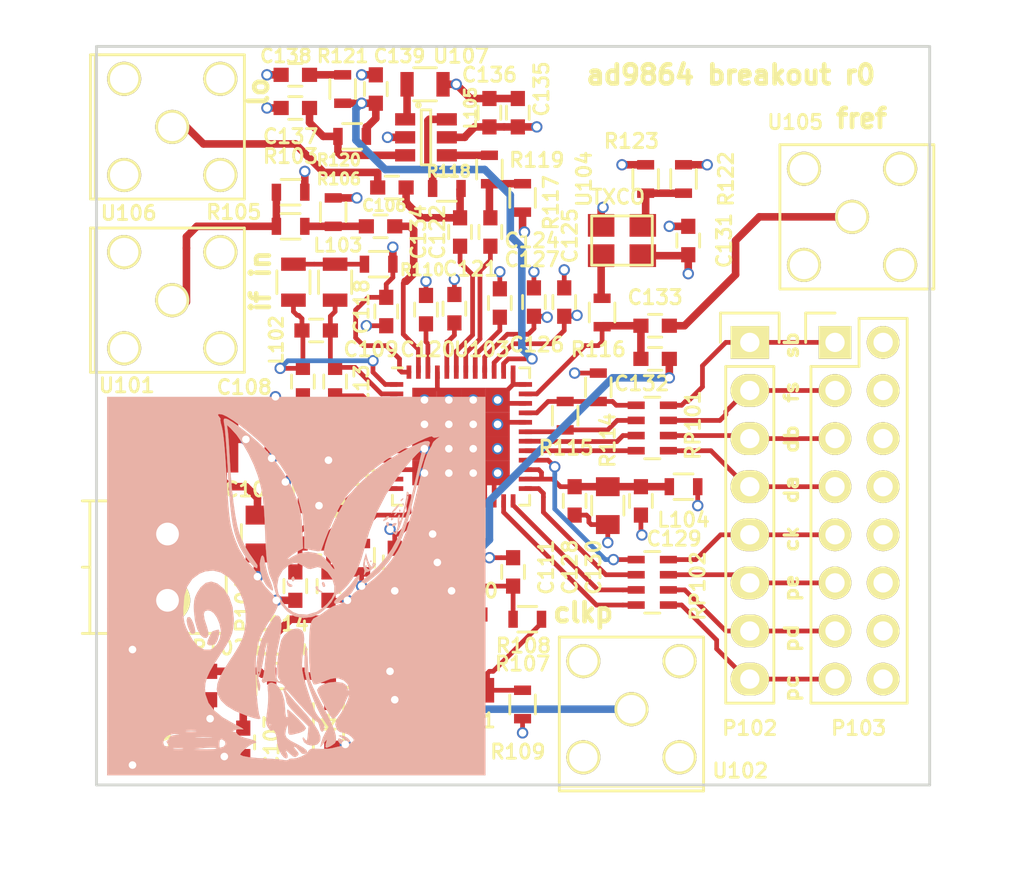
<source format=kicad_pcb>
(kicad_pcb (version 4) (host pcbnew 4.0.3-stable)
  (layers (0 F.Cu signal) (1 In1.Cu signal) (2 In2.Cu signal) (31 B.Cu signal) (34 B.Paste user) (35 F.Paste user) (36 B.SilkS user) (37 F.SilkS user) (38 B.Mask user) (39 F.Mask user) (44 Edge.Cuts user))
  (net 0 "")
  (net 1 /IOUTC)
  (net 2 GND)
  (net 3 +3V3)
  (net 4 "Net-(C103-Pad1)")
  (net 5 "Net-(C104-Pad1)")
  (net 6 "Net-(C104-Pad2)")
  (net 7 "Net-(C106-Pad1)")
  (net 8 /IFIN)
  (net 9 "Net-(C108-Pad1)")
  (net 10 "Net-(C108-Pad2)")
  (net 11 "Net-(C109-Pad1)")
  (net 12 /CLKP)
  (net 13 "Net-(C110-Pad2)")
  (net 14 /CLKN)
  (net 15 "Net-(C113-Pad2)")
  (net 16 "Net-(C114-Pad2)")
  (net 17 "Net-(C115-Pad1)")
  (net 18 "Net-(C116-Pad1)")
  (net 19 "Net-(C120-Pad1)")
  (net 20 "Net-(C121-Pad1)")
  (net 21 "Net-(C122-Pad1)")
  (net 22 /LOP)
  (net 23 "Net-(C124-Pad1)")
  (net 24 /LON)
  (net 25 "Net-(C126-Pad1)")
  (net 26 "Net-(C128-Pad1)")
  (net 27 "Net-(C132-Pad1)")
  (net 28 "Net-(C133-Pad2)")
  (net 29 "Net-(C134-Pad2)")
  (net 30 "Net-(C137-Pad2)")
  (net 31 "Net-(C138-Pad1)")
  (net 32 /IOUTL)
  (net 33 "Net-(D101-Pad1)")
  (net 34 "Net-(F101-Pad2)")
  (net 35 "Net-(L101-Pad2)")
  (net 36 "Net-(L102-Pad2)")
  (net 37 "Net-(L105-Pad2)")
  (net 38 /SYNCB)
  (net 39 /FS)
  (net 40 /DOUTB)
  (net 41 /DOUTA)
  (net 42 /CLKOUT)
  (net 43 /PE)
  (net 44 /PD)
  (net 45 /PC)
  (net 46 "Net-(R103-Pad1)")
  (net 47 "Net-(R111-Pad2)")
  (net 48 "Net-(R113-Pad1)")
  (net 49 "Net-(R114-Pad2)")
  (net 50 "Net-(R115-Pad1)")
  (net 51 "Net-(R116-Pad1)")
  (net 52 "Net-(R118-Pad1)")
  (net 53 "Net-(R119-Pad1)")
  (net 54 /FREF_XCO_EN)
  (net 55 "Net-(RP101-Pad3)")
  (net 56 "Net-(RP101-Pad4)")
  (net 57 "Net-(RP102-Pad2)")
  (net 58 "Net-(RP102-Pad3)")
  (net 59 "Net-(RP102-Pad1)")
  (net 60 "Net-(RP102-Pad4)")
  (module Capacitors_SMD:C_0603 (layer F.Cu) (at 118 122.75 270)
    (fp_text reference C101 (at -0.25 1.5 270) (layer F.SilkS) (effects (font (size 0.75 0.75))))
    (fp_text value "330 pF")
    (pad 1 smd rect (at -0.75 0 270) (size 0.8 0.75) (layers F.Cu F.Paste F.Mask) (net 1 /IOUTC))
    (pad 2 smd rect (at 0.75 0 270) (size 0.8 0.75) (layers F.Cu F.Paste F.Mask) (net 2 GND))
  )
  (module Capacitors_SMD:C_0805 (layer F.Cu) (at 120.5 114.75 270)
    (fp_text reference C102 (at -2.35 0.3 360) (layer F.SilkS) (effects (font (size 0.75 0.75))))
    (fp_text value "10 uF")
    (pad 1 smd rect (at -1 0 270) (size 1 1.25) (layers F.Cu F.Paste F.Mask) (net 3 +3V3))
    (pad 2 smd rect (at 1 0 270) (size 1 1.25) (layers F.Cu F.Paste F.Mask) (net 2 GND))
  )
  (module Capacitors_SMD:C_0603 (layer F.Cu) (at 119.75 125.75 270)
    (fp_text reference C103 (at 0 -1.5 270) (layer F.SilkS) (effects (font (size 0.75 0.75))))
    (fp_text value "10 nF")
    (pad 1 smd rect (at -0.75 0 270) (size 0.8 0.75) (layers F.Cu F.Paste F.Mask) (net 4 "Net-(C103-Pad1)"))
    (pad 2 smd rect (at 0.75 0 270) (size 0.8 0.75) (layers F.Cu F.Paste F.Mask) (net 2 GND))
  )
  (module Capacitors_SMD:C_0603 (layer F.Cu) (at 125 120.5 180)
    (fp_text reference C104 (at -2 -0.9 270) (layer F.SilkS) (effects (font (size 0.7 0.7))))
    (fp_text value "10 nF")
    (pad 1 smd rect (at -0.75 0 180) (size 0.8 0.75) (layers F.Cu F.Paste F.Mask) (net 5 "Net-(C104-Pad1)"))
    (pad 2 smd rect (at 0.75 0 180) (size 0.8 0.75) (layers F.Cu F.Paste F.Mask) (net 6 "Net-(C104-Pad2)"))
  )
  (module Capacitors_SMD:C_0603 (layer F.Cu) (at 125 122.25 180)
    (fp_text reference C105 (at -1.5 -2.25 270) (layer F.SilkS) (effects (font (size 0.75 0.75))))
    (fp_text value DNP)
    (pad 1 smd rect (at -0.75 0 180) (size 0.8 0.75) (layers F.Cu F.Paste F.Mask) (net 5 "Net-(C104-Pad1)"))
    (pad 2 smd rect (at 0.75 0 180) (size 0.8 0.75) (layers F.Cu F.Paste F.Mask) (net 6 "Net-(C104-Pad2)"))
  )
  (module Capacitors_SMD:C_0603 (layer F.Cu) (at 127 98.5)
    (fp_text reference C106 (at 0.2 -1.1) (layer F.SilkS) (effects (font (size 0.6 0.6))))
    (fp_text value "10 nF")
    (pad 1 smd rect (at -0.75 0) (size 0.8 0.75) (layers F.Cu F.Paste F.Mask) (net 7 "Net-(C106-Pad1)"))
    (pad 2 smd rect (at 0.75 0) (size 0.8 0.75) (layers F.Cu F.Paste F.Mask) (net 8 /IFIN))
  )
  (module Capacitors_SMD:C_0603 (layer F.Cu) (at 121.25 109.25 90)
    (fp_text reference C107 (at -0.35 1.55 90) (layer F.SilkS) (effects (font (size 0.75 0.75))))
    (fp_text value "100 nF")
    (pad 1 smd rect (at -0.75 0 90) (size 0.8 0.75) (layers F.Cu F.Paste F.Mask) (net 3 +3V3))
    (pad 2 smd rect (at 0.75 0 90) (size 0.8 0.75) (layers F.Cu F.Paste F.Mask) (net 2 GND))
  )
  (module Capacitors_SMD:C_0603 (layer F.Cu) (at 122.9 106.7 270)
    (fp_text reference C108 (at 0.3 3.1 360) (layer F.SilkS) (effects (font (size 0.75 0.75))))
    (fp_text value "100 pF")
    (pad 1 smd rect (at -0.75 0 270) (size 0.8 0.75) (layers F.Cu F.Paste F.Mask) (net 9 "Net-(C108-Pad1)"))
    (pad 2 smd rect (at 0.75 0 270) (size 0.8 0.75) (layers F.Cu F.Paste F.Mask) (net 10 "Net-(C108-Pad2)"))
  )
  (module Capacitors_SMD:C_0603 (layer F.Cu) (at 123.6 104 180)
    (fp_text reference C109 (at -2.9 -1 180) (layer F.SilkS) (effects (font (size 0.75 0.75))))
    (fp_text value "180 pF")
    (pad 1 smd rect (at -0.75 0 180) (size 0.8 0.75) (layers F.Cu F.Paste F.Mask) (net 11 "Net-(C109-Pad1)"))
    (pad 2 smd rect (at 0.75 0 180) (size 0.8 0.75) (layers F.Cu F.Paste F.Mask) (net 9 "Net-(C108-Pad1)"))
  )
  (module Capacitors_SMD:C_0603 (layer F.Cu) (at 131.5 119 180)
    (fp_text reference C110 (at -0.25 1.25 180) (layer F.SilkS) (effects (font (size 0.75 0.75))))
    (fp_text value "10 nF")
    (pad 1 smd rect (at -0.75 0 180) (size 0.8 0.75) (layers F.Cu F.Paste F.Mask) (net 12 /CLKP))
    (pad 2 smd rect (at 0.75 0 180) (size 0.8 0.75) (layers F.Cu F.Paste F.Mask) (net 13 "Net-(C110-Pad2)"))
  )
  (module Capacitors_SMD:C_0603 (layer F.Cu) (at 134 116.75 90)
    (fp_text reference C111 (at 0.25 1.75 90) (layer F.SilkS) (effects (font (size 0.75 0.75))))
    (fp_text value "10 nF")
    (pad 1 smd rect (at -0.75 0 90) (size 0.8 0.75) (layers F.Cu F.Paste F.Mask) (net 14 /CLKN))
    (pad 2 smd rect (at 0.75 0 90) (size 0.8 0.75) (layers F.Cu F.Paste F.Mask) (net 2 GND))
  )
  (module Capacitors_SMD:C_0603 (layer F.Cu) (at 123 112.5 270)
    (fp_text reference C112 (at 0.3 -2.4 360) (layer F.SilkS) (effects (font (size 0.75 0.75))))
    (fp_text value "100 nF")
    (pad 1 smd rect (at -0.75 0 270) (size 0.8 0.75) (layers F.Cu F.Paste F.Mask) (net 3 +3V3))
    (pad 2 smd rect (at 0.75 0 270) (size 0.8 0.75) (layers F.Cu F.Paste F.Mask) (net 2 GND))
  )
  (module Capacitors_SMD:C_0603 (layer F.Cu) (at 124.6 106.7 270)
    (fp_text reference C113 (at 0.55 -1.4 270) (layer F.SilkS) (effects (font (size 0.75 0.75))))
    (fp_text value "100 pF")
    (pad 1 smd rect (at -0.75 0 270) (size 0.8 0.75) (layers F.Cu F.Paste F.Mask) (net 11 "Net-(C109-Pad1)"))
    (pad 2 smd rect (at 0.75 0 270) (size 0.8 0.75) (layers F.Cu F.Paste F.Mask) (net 15 "Net-(C113-Pad2)"))
  )
  (module Capacitors_SMD:C_0603 (layer F.Cu) (at 122.5 117.5 90)
    (fp_text reference C114 (at -2 -0.75 180) (layer F.SilkS) (effects (font (size 0.75 0.75))))
    (fp_text value "100 pF")
    (pad 1 smd rect (at -0.75 0 90) (size 0.8 0.75) (layers F.Cu F.Paste F.Mask) (net 2 GND))
    (pad 2 smd rect (at 0.75 0 90) (size 0.8 0.75) (layers F.Cu F.Paste F.Mask) (net 16 "Net-(C114-Pad2)"))
  )
  (module Capacitors_SMD:C_0603 (layer F.Cu) (at 125 110 180)
    (fp_text reference C115 (at -0.4 -1.8 180) (layer F.SilkS) (effects (font (size 0.75 0.75))))
    (fp_text value "2.2 nF")
    (pad 1 smd rect (at -0.75 0 180) (size 0.8 0.75) (layers F.Cu F.Paste F.Mask) (net 17 "Net-(C115-Pad1)"))
    (pad 2 smd rect (at 0.75 0 180) (size 0.8 0.75) (layers F.Cu F.Paste F.Mask) (net 2 GND))
  )
  (module Capacitors_SMD:C_0603 (layer F.Cu) (at 123.5 115.25 180)
    (fp_text reference C116 (at -1.5 1.25 180) (layer F.SilkS) (effects (font (size 0.65 0.65))))
    (fp_text value "10 nF")
    (pad 1 smd rect (at -0.75 0 180) (size 0.8 0.75) (layers F.Cu F.Paste F.Mask) (net 18 "Net-(C116-Pad1)"))
    (pad 2 smd rect (at 0.75 0 180) (size 0.8 0.75) (layers F.Cu F.Paste F.Mask) (net 16 "Net-(C114-Pad2)"))
  )
  (module Capacitors_SMD:C_0603 (layer F.Cu) (at 124.25 117.5 90)
    (fp_text reference C117 (at -1.9 2.15 180) (layer F.SilkS) (effects (font (size 0.75 0.75))))
    (fp_text value "100 pF")
    (pad 1 smd rect (at -0.75 0 90) (size 0.8 0.75) (layers F.Cu F.Paste F.Mask) (net 2 GND))
    (pad 2 smd rect (at 0.75 0 90) (size 0.8 0.75) (layers F.Cu F.Paste F.Mask) (net 18 "Net-(C116-Pad1)"))
  )
  (module Capacitors_SMD:C_0603 (layer F.Cu) (at 127.3 103 90)
    (fp_text reference C118 (at 0.25 -1.3 90) (layer F.SilkS) (effects (font (size 0.75 0.75))))
    (fp_text value "100 nF")
    (pad 1 smd rect (at -0.75 0 90) (size 0.8 0.75) (layers F.Cu F.Paste F.Mask) (net 2 GND))
    (pad 2 smd rect (at 0.75 0 90) (size 0.8 0.75) (layers F.Cu F.Paste F.Mask) (net 3 +3V3))
  )
  (module Capacitors_SMD:C_0603 (layer F.Cu) (at 127.75 116.25 270)
    (fp_text reference C119 (at 0 -1.25 270) (layer F.SilkS) (effects (font (size 0.75 0.75))))
    (fp_text value "100 nF")
    (pad 1 smd rect (at -0.75 0 270) (size 0.8 0.75) (layers F.Cu F.Paste F.Mask) (net 3 +3V3))
    (pad 2 smd rect (at 0.75 0 270) (size 0.8 0.75) (layers F.Cu F.Paste F.Mask) (net 2 GND))
  )
  (module Capacitors_SMD:C_0603 (layer F.Cu) (at 129.4 102.9 90)
    (fp_text reference C120 (at -2.1 0.1 180) (layer F.SilkS) (effects (font (size 0.75 0.75))))
    (fp_text value "100 nF")
    (pad 1 smd rect (at -0.75 0 90) (size 0.8 0.75) (layers F.Cu F.Paste F.Mask) (net 19 "Net-(C120-Pad1)"))
    (pad 2 smd rect (at 0.75 0 90) (size 0.8 0.75) (layers F.Cu F.Paste F.Mask) (net 2 GND))
  )
  (module Capacitors_SMD:C_0603 (layer F.Cu) (at 130.9 102.85 90)
    (fp_text reference C121 (at 2.1 0.85 180) (layer F.SilkS) (effects (font (size 0.75 0.75))))
    (fp_text value "100 nF")
    (pad 1 smd rect (at -0.75 0 90) (size 0.8 0.75) (layers F.Cu F.Paste F.Mask) (net 20 "Net-(C121-Pad1)"))
    (pad 2 smd rect (at 0.75 0 90) (size 0.8 0.75) (layers F.Cu F.Paste F.Mask) (net 2 GND))
  )
  (module Capacitors_SMD:C_0603 (layer F.Cu) (at 131.2 98.8 90)
    (fp_text reference C122 (at 0 -1.2 90) (layer F.SilkS) (effects (font (size 0.75 0.75))))
    (fp_text value "10 nF")
    (pad 1 smd rect (at -0.75 0 90) (size 0.8 0.75) (layers F.Cu F.Paste F.Mask) (net 21 "Net-(C122-Pad1)"))
    (pad 2 smd rect (at 0.75 0 90) (size 0.8 0.75) (layers F.Cu F.Paste F.Mask) (net 22 /LOP))
  )
  (module Capacitors_SMD:C_0603 (layer F.Cu) (at 130.5 115.5 270)
    (fp_text reference C123 (at 0 -1.5 270) (layer F.SilkS) (effects (font (size 0.75 0.75))))
    (fp_text value "100 nF")
    (pad 1 smd rect (at -0.75 0 270) (size 0.8 0.75) (layers F.Cu F.Paste F.Mask) (net 3 +3V3))
    (pad 2 smd rect (at 0.75 0 270) (size 0.8 0.75) (layers F.Cu F.Paste F.Mask) (net 2 GND))
  )
  (module Capacitors_SMD:C_0603 (layer F.Cu) (at 132.8 98.8 90)
    (fp_text reference C124 (at -0.45 2.2 180) (layer F.SilkS) (effects (font (size 0.75 0.75))))
    (fp_text value "10 nF")
    (pad 1 smd rect (at -0.75 0 90) (size 0.8 0.75) (layers F.Cu F.Paste F.Mask) (net 23 "Net-(C124-Pad1)"))
    (pad 2 smd rect (at 0.75 0 90) (size 0.8 0.75) (layers F.Cu F.Paste F.Mask) (net 24 /LON))
  )
  (module Capacitors_SMD:C_0603 (layer F.Cu) (at 136.7 102.5 270)
    (fp_text reference C125 (at -3.5 -0.3 270) (layer F.SilkS) (effects (font (size 0.75 0.75))))
    (fp_text value "100 nF")
    (pad 1 smd rect (at -0.75 0 270) (size 0.8 0.75) (layers F.Cu F.Paste F.Mask) (net 2 GND))
    (pad 2 smd rect (at 0.75 0 270) (size 0.8 0.75) (layers F.Cu F.Paste F.Mask) (net 3 +3V3))
  )
  (module Capacitors_SMD:C_0603 (layer F.Cu) (at 133.3 102.55 90)
    (fp_text reference C126 (at -2.2 1.95 180) (layer F.SilkS) (effects (font (size 0.75 0.75))))
    (fp_text value "1 nF")
    (pad 1 smd rect (at -0.75 0 90) (size 0.8 0.75) (layers F.Cu F.Paste F.Mask) (net 25 "Net-(C126-Pad1)"))
    (pad 2 smd rect (at 0.75 0 90) (size 0.8 0.75) (layers F.Cu F.Paste F.Mask) (net 2 GND))
  )
  (module Capacitors_SMD:C_0603 (layer F.Cu) (at 135.1 102.5 270)
    (fp_text reference C127 (at -2.25 0.1 360) (layer F.SilkS) (effects (font (size 0.75 0.75))))
    (fp_text value "100 nF")
    (pad 1 smd rect (at -0.75 0 270) (size 0.8 0.75) (layers F.Cu F.Paste F.Mask) (net 2 GND))
    (pad 2 smd rect (at 0.75 0 270) (size 0.8 0.75) (layers F.Cu F.Paste F.Mask) (net 3 +3V3))
  )
  (module Capacitors_SMD:C_0603 (layer F.Cu) (at 137.25 113 270)
    (fp_text reference C128 (at 3.5 0.25 270) (layer F.SilkS) (effects (font (size 0.75 0.75))))
    (fp_text value "100 nF")
    (pad 1 smd rect (at -0.75 0 270) (size 0.8 0.75) (layers F.Cu F.Paste F.Mask) (net 26 "Net-(C128-Pad1)"))
    (pad 2 smd rect (at 0.75 0 270) (size 0.8 0.75) (layers F.Cu F.Paste F.Mask) (net 2 GND))
  )
  (module Capacitors_SMD:C_0603 (layer F.Cu) (at 140.75 113 270)
    (fp_text reference C129 (at 2 -1.75 360) (layer F.SilkS) (effects (font (size 0.75 0.75))))
    (fp_text value "100 nF")
    (pad 1 smd rect (at -0.75 0 270) (size 0.8 0.75) (layers F.Cu F.Paste F.Mask) (net 26 "Net-(C128-Pad1)"))
    (pad 2 smd rect (at 0.75 0 270) (size 0.8 0.75) (layers F.Cu F.Paste F.Mask) (net 2 GND))
  )
  (module Capacitors_SMD:C_0805 (layer F.Cu) (at 139 113.25 270)
    (fp_text reference C130 (at 3.25 0.75 270) (layer F.SilkS) (effects (font (size 0.75 0.75))))
    (fp_text value "10 uF")
    (pad 1 smd rect (at -1 0 270) (size 1 1.25) (layers F.Cu F.Paste F.Mask) (net 26 "Net-(C128-Pad1)"))
    (pad 2 smd rect (at 1 0 270) (size 1 1.25) (layers F.Cu F.Paste F.Mask) (net 2 GND))
  )
  (module Capacitors_SMD:C_0603 (layer F.Cu) (at 143.25 99.25 270)
    (fp_text reference C131 (at 0 -1.9 270) (layer F.SilkS) (effects (font (size 0.75 0.75))))
    (fp_text value "100 nF")
    (pad 1 smd rect (at -0.75 0 270) (size 0.8 0.75) (layers F.Cu F.Paste F.Mask) (net 2 GND))
    (pad 2 smd rect (at 0.75 0 270) (size 0.8 0.75) (layers F.Cu F.Paste F.Mask) (net 3 +3V3))
  )
  (module Capacitors_SMD:C_0603 (layer F.Cu) (at 141.5 105.5)
    (fp_text reference C132 (at -0.7 1.3 180) (layer F.SilkS) (effects (font (size 0.75 0.75))))
    (fp_text value DNP)
    (pad 1 smd rect (at -0.75 0) (size 0.8 0.75) (layers F.Cu F.Paste F.Mask) (net 27 "Net-(C132-Pad1)"))
    (pad 2 smd rect (at 0.75 0) (size 0.8 0.75) (layers F.Cu F.Paste F.Mask) (net 12 /CLKP))
  )
  (module Capacitors_SMD:C_0603 (layer F.Cu) (at 141.5 103.75)
    (fp_text reference C133 (at 0 -1.5) (layer F.SilkS) (effects (font (size 0.75 0.75))))
    (fp_text value DNP)
    (pad 1 smd rect (at -0.75 0) (size 0.8 0.75) (layers F.Cu F.Paste F.Mask) (net 27 "Net-(C132-Pad1)"))
    (pad 2 smd rect (at 0.75 0) (size 0.8 0.75) (layers F.Cu F.Paste F.Mask) (net 28 "Net-(C133-Pad2)"))
  )
  (module Capacitors_SMD:C_0603 (layer F.Cu) (at 127.6 96.45 180)
    (fp_text reference C134 (at -1.4 -2.35 270) (layer F.SilkS) (effects (font (size 0.75 0.75))))
    (fp_text value DNP)
    (pad 1 smd rect (at -0.75 0 180) (size 0.8 0.75) (layers F.Cu F.Paste F.Mask) (net 22 /LOP))
    (pad 2 smd rect (at 0.75 0 180) (size 0.8 0.75) (layers F.Cu F.Paste F.Mask) (net 29 "Net-(C134-Pad2)"))
  )
  (module Capacitors_SMD:C_0603 (layer F.Cu) (at 134.25 92.5 90)
    (fp_text reference C135 (at 1.25 1.25 90) (layer F.SilkS) (effects (font (size 0.75 0.75))))
    (fp_text value "100 nF")
    (pad 1 smd rect (at -0.75 0 90) (size 0.8 0.75) (layers F.Cu F.Paste F.Mask) (net 3 +3V3))
    (pad 2 smd rect (at 0.75 0 90) (size 0.8 0.75) (layers F.Cu F.Paste F.Mask) (net 2 GND))
  )
  (module Capacitors_SMD:C_0603 (layer F.Cu) (at 132.75 92.5 90)
    (fp_text reference C136 (at 2 0 180) (layer F.SilkS) (effects (font (size 0.75 0.75))))
    (fp_text value "1 nF")
    (pad 1 smd rect (at -0.75 0 90) (size 0.8 0.75) (layers F.Cu F.Paste F.Mask) (net 3 +3V3))
    (pad 2 smd rect (at 0.75 0 90) (size 0.8 0.75) (layers F.Cu F.Paste F.Mask) (net 2 GND))
  )
  (module Capacitors_SMD:C_0603 (layer F.Cu) (at 122.5 92.25)
    (fp_text reference C137 (at -0.25 1.5) (layer F.SilkS) (effects (font (size 0.75 0.75))))
    (fp_text value TBD)
    (pad 1 smd rect (at -0.75 0) (size 0.8 0.75) (layers F.Cu F.Paste F.Mask) (net 2 GND))
    (pad 2 smd rect (at 0.75 0) (size 0.8 0.75) (layers F.Cu F.Paste F.Mask) (net 30 "Net-(C137-Pad2)"))
  )
  (module Capacitors_SMD:C_0603 (layer F.Cu) (at 122.5 90.5 180)
    (fp_text reference C138 (at 0.5 1 180) (layer F.SilkS) (effects (font (size 0.7 0.7))))
    (fp_text value TBD)
    (pad 1 smd rect (at -0.75 0 180) (size 0.8 0.75) (layers F.Cu F.Paste F.Mask) (net 31 "Net-(C138-Pad1)"))
    (pad 2 smd rect (at 0.75 0 180) (size 0.8 0.75) (layers F.Cu F.Paste F.Mask) (net 2 GND))
  )
  (module Capacitors_SMD:C_0603 (layer F.Cu) (at 126.75 91.25 90)
    (fp_text reference C139 (at 1.75 1.25 180) (layer F.SilkS) (effects (font (size 0.7 0.7))))
    (fp_text value TBD)
    (pad 1 smd rect (at -0.75 0 90) (size 0.8 0.75) (layers F.Cu F.Paste F.Mask) (net 32 /IOUTL))
    (pad 2 smd rect (at 0.75 0 90) (size 0.8 0.75) (layers F.Cu F.Paste F.Mask) (net 2 GND))
  )
  (module LEDs:LED_0603 (layer F.Cu) (at 113.9 122.5 90)
    (fp_text reference D101 (at 0 1.6 90) (layer F.SilkS) (effects (font (size 0.75 0.75))))
    (fp_text value LED)
    (pad 2 smd rect (at 0.7493 0 270) (size 0.79756 0.79756) (layers F.Cu F.Paste F.Mask) (net 3 +3V3))
    (pad 1 smd rect (at -0.7493 0 270) (size 0.79756 0.79756) (layers F.Cu F.Paste F.Mask) (net 33 "Net-(D101-Pad1)"))
  )
  (module Diodes_SMD:SOD-323 (layer F.Cu) (at 124.25 124.805 90)
    (fp_text reference D102 (at -2.195 0 180) (layer F.SilkS) (effects (font (size 0.75 0.75))))
    (fp_text value SMV1702-011LF)
    (pad 1 smd rect (at -1.055 0 90) (size 0.59 0.45) (layers F.Cu F.Paste F.Mask) (net 2 GND))
    (pad 2 smd rect (at 1.055 0 90) (size 0.59 0.45) (layers F.Cu F.Paste F.Mask) (net 6 "Net-(C104-Pad2)"))
  )
  (module Resistors_SMD:R_1812 (layer F.Cu) (at 116.25 109.75 180)
    (fp_text reference F101 (at 0 0 270) (layer F.SilkS) (effects (font (size 0.75 0.75))))
    (fp_text value F_Small)
    (pad 1 smd rect (at -2.4384 0 180) (size 1.6 3.5) (layers F.Cu F.Paste F.Mask) (net 3 +3V3))
    (pad 2 smd rect (at 2.4384 0 180) (size 1.6 3.5) (layers F.Cu F.Paste F.Mask) (net 34 "Net-(F101-Pad2)"))
  )
  (module Resistors_SMD:R_0805 (layer F.Cu) (at 131.7 123)
    (fp_text reference L101 (at 0 1.6) (layer F.SilkS) (effects (font (size 0.75 0.75))))
    (fp_text value "1.2 uH")
    (pad 1 smd rect (at -0.95 0) (size 0.7 1.3) (layers F.Cu F.Paste F.Mask) (net 5 "Net-(C104-Pad1)"))
    (pad 2 smd rect (at 0.95 0) (size 0.7 1.3) (layers F.Cu F.Paste F.Mask) (net 35 "Net-(L101-Pad2)"))
  )
  (module Resistors_SMD:R_0805 (layer F.Cu) (at 122.4 101.45 90)
    (fp_text reference L102 (at -3.05 -0.9 90) (layer F.SilkS) (effects (font (size 0.7 0.7))))
    (fp_text value "10 uH")
    (pad 1 smd rect (at -0.95 0 90) (size 0.7 1.3) (layers F.Cu F.Paste F.Mask) (net 9 "Net-(C108-Pad1)"))
    (pad 2 smd rect (at 0.95 0 90) (size 0.7 1.3) (layers F.Cu F.Paste F.Mask) (net 36 "Net-(L102-Pad2)"))
  )
  (module Resistors_SMD:R_0805 (layer F.Cu) (at 124.6 101.45 90)
    (fp_text reference L103 (at 1.95 0.15 180) (layer F.SilkS) (effects (font (size 0.7 0.7))))
    (fp_text value "10 uH")
    (pad 1 smd rect (at -0.95 0 90) (size 0.7 1.3) (layers F.Cu F.Paste F.Mask) (net 11 "Net-(C109-Pad1)"))
    (pad 2 smd rect (at 0.95 0 90) (size 0.7 1.3) (layers F.Cu F.Paste F.Mask) (net 36 "Net-(L102-Pad2)"))
  )
  (module Resistors_SMD:R_0603 (layer F.Cu) (at 143 112.25 180)
    (fp_text reference L104 (at 0 -1.75 180) (layer F.SilkS) (effects (font (size 0.75 0.75))))
    (fp_text value L_Small)
    (pad 1 smd rect (at -0.75 0 180) (size 0.5 0.9) (layers F.Cu F.Paste F.Mask) (net 3 +3V3))
    (pad 2 smd rect (at 0.75 0 180) (size 0.5 0.9) (layers F.Cu F.Paste F.Mask) (net 26 "Net-(C128-Pad1)"))
  )
  (module Resistors_SMD:R_0805 (layer F.Cu) (at 129.35 91 180)
    (fp_text reference L105 (at -2.4 -1.25 270) (layer F.SilkS) (effects (font (size 0.6 0.6))))
    (fp_text value "10 uH")
    (pad 1 smd rect (at -0.95 0 180) (size 0.7 1.3) (layers F.Cu F.Paste F.Mask) (net 2 GND))
    (pad 2 smd rect (at 0.95 0 180) (size 0.7 1.3) (layers F.Cu F.Paste F.Mask) (net 37 "Net-(L105-Pad2)"))
  )
  (module Terminal_Blocks:TerminalBlock_Pheonix_PT-3.5mm_2pol (layer F.Cu) (at 115.75 114.75 270)
    (fp_text reference P101 (at 3.75 -4 270) (layer F.SilkS) (effects (font (size 0.75 0.75))))
    (fp_text value CONN_01X02)
    (pad 2 thru_hole circle (at 3.5 0 270) (size 2.4 2.4) (drill 1.2) (layers *.Cu *.Mask F.SilkS) (net 2 GND))
    (pad 1 thru_hole rect (at 0 0 270) (size 2.4 2.4) (drill 1.2) (layers *.Cu *.Mask F.SilkS) (net 34 "Net-(F101-Pad2)"))
  )
  (module Pin_Headers:Pin_Header_Straight_1x08 (layer F.Cu) (at 146.5 104.63)
    (fp_text reference P102 (at 0 20.37 180) (layer F.SilkS) (effects (font (size 0.75 0.75))))
    (fp_text value CONN_01X08)
    (pad 1 thru_hole rect (at 0 0) (size 2.032 1.7272) (drill 1.016) (layers *.Cu *.Mask F.SilkS) (net 38 /SYNCB))
    (pad 2 thru_hole oval (at 0 2.54) (size 2.032 1.7272) (drill 1.016) (layers *.Cu *.Mask F.SilkS) (net 39 /FS))
    (pad 3 thru_hole oval (at 0 5.08) (size 2.032 1.7272) (drill 1.016) (layers *.Cu *.Mask F.SilkS) (net 40 /DOUTB))
    (pad 4 thru_hole oval (at 0 7.62) (size 2.032 1.7272) (drill 1.016) (layers *.Cu *.Mask F.SilkS) (net 41 /DOUTA))
    (pad 5 thru_hole oval (at 0 10.16) (size 2.032 1.7272) (drill 1.016) (layers *.Cu *.Mask F.SilkS) (net 42 /CLKOUT))
    (pad 6 thru_hole oval (at 0 12.7) (size 2.032 1.7272) (drill 1.016) (layers *.Cu *.Mask F.SilkS) (net 43 /PE))
    (pad 7 thru_hole oval (at 0 15.24) (size 2.032 1.7272) (drill 1.016) (layers *.Cu *.Mask F.SilkS) (net 44 /PD))
    (pad 8 thru_hole oval (at 0 17.78) (size 2.032 1.7272) (drill 1.016) (layers *.Cu *.Mask F.SilkS) (net 45 /PC))
  )
  (module Pin_Headers:Pin_Header_Straight_2x08 (layer F.Cu) (at 151 104.63)
    (fp_text reference P103 (at 1.25 20.37) (layer F.SilkS) (effects (font (size 0.75 0.75))))
    (fp_text value CONN_02X08)
    (pad 1 thru_hole rect (at 0 0) (size 1.7272 1.7272) (drill 1.016) (layers *.Cu *.Mask F.SilkS) (net 38 /SYNCB))
    (pad 2 thru_hole oval (at 2.54 0) (size 1.7272 1.7272) (drill 1.016) (layers *.Cu *.Mask F.SilkS) (net 2 GND))
    (pad 3 thru_hole oval (at 0 2.54) (size 1.7272 1.7272) (drill 1.016) (layers *.Cu *.Mask F.SilkS) (net 39 /FS))
    (pad 4 thru_hole oval (at 2.54 2.54) (size 1.7272 1.7272) (drill 1.016) (layers *.Cu *.Mask F.SilkS) (net 2 GND))
    (pad 5 thru_hole oval (at 0 5.08) (size 1.7272 1.7272) (drill 1.016) (layers *.Cu *.Mask F.SilkS) (net 40 /DOUTB))
    (pad 6 thru_hole oval (at 2.54 5.08) (size 1.7272 1.7272) (drill 1.016) (layers *.Cu *.Mask F.SilkS) (net 2 GND))
    (pad 7 thru_hole oval (at 0 7.62) (size 1.7272 1.7272) (drill 1.016) (layers *.Cu *.Mask F.SilkS) (net 41 /DOUTA))
    (pad 8 thru_hole oval (at 2.54 7.62) (size 1.7272 1.7272) (drill 1.016) (layers *.Cu *.Mask F.SilkS) (net 2 GND))
    (pad 9 thru_hole oval (at 0 10.16) (size 1.7272 1.7272) (drill 1.016) (layers *.Cu *.Mask F.SilkS) (net 42 /CLKOUT))
    (pad 10 thru_hole oval (at 2.54 10.16) (size 1.7272 1.7272) (drill 1.016) (layers *.Cu *.Mask F.SilkS) (net 2 GND))
    (pad 11 thru_hole oval (at 0 12.7) (size 1.7272 1.7272) (drill 1.016) (layers *.Cu *.Mask F.SilkS) (net 43 /PE))
    (pad 12 thru_hole oval (at 2.54 12.7) (size 1.7272 1.7272) (drill 1.016) (layers *.Cu *.Mask F.SilkS) (net 2 GND))
    (pad 13 thru_hole oval (at 0 15.24) (size 1.7272 1.7272) (drill 1.016) (layers *.Cu *.Mask F.SilkS) (net 44 /PD))
    (pad 14 thru_hole oval (at 2.54 15.24) (size 1.7272 1.7272) (drill 1.016) (layers *.Cu *.Mask F.SilkS) (net 2 GND))
    (pad 15 thru_hole oval (at 0 17.78) (size 1.7272 1.7272) (drill 1.016) (layers *.Cu *.Mask F.SilkS) (net 45 /PC))
    (pad 16 thru_hole oval (at 2.54 17.78) (size 1.7272 1.7272) (drill 1.016) (layers *.Cu *.Mask F.SilkS) (net 2 GND))
  )
  (module Resistors_SMD:R_0603 (layer F.Cu) (at 113.9 125.55 270)
    (fp_text reference R101 (at 0.2 -1.6 270) (layer F.SilkS) (effects (font (size 0.75 0.75))))
    (fp_text value 1k)
    (pad 1 smd rect (at -0.75 0 270) (size 0.5 0.9) (layers F.Cu F.Paste F.Mask) (net 33 "Net-(D101-Pad1)"))
    (pad 2 smd rect (at 0.75 0 270) (size 0.5 0.9) (layers F.Cu F.Paste F.Mask) (net 2 GND))
  )
  (module Resistors_SMD:R_0603 (layer F.Cu) (at 119.75 122.75 270)
    (fp_text reference R102 (at -2 1.25 360) (layer F.SilkS) (effects (font (size 0.75 0.75))))
    (fp_text value 28.7k)
    (pad 1 smd rect (at -0.75 0 270) (size 0.5 0.9) (layers F.Cu F.Paste F.Mask) (net 1 /IOUTC))
    (pad 2 smd rect (at 0.75 0 270) (size 0.5 0.9) (layers F.Cu F.Paste F.Mask) (net 4 "Net-(C103-Pad1)"))
  )
  (module Resistors_SMD:R_0603 (layer F.Cu) (at 122.25 96.7)
    (fp_text reference R103 (at 0 -1.9) (layer F.SilkS) (effects (font (size 0.75 0.75))))
    (fp_text value DNP)
    (pad 1 smd rect (at -0.75 0) (size 0.5 0.9) (layers F.Cu F.Paste F.Mask) (net 46 "Net-(R103-Pad1)"))
    (pad 2 smd rect (at 0.75 0) (size 0.5 0.9) (layers F.Cu F.Paste F.Mask) (net 2 GND))
  )
  (module Resistors_SMD:R_0603 (layer F.Cu) (at 122 122.25 180)
    (fp_text reference R104 (at 0.25 1.5 180) (layer F.SilkS) (effects (font (size 0.75 0.75))))
    (fp_text value 10k)
    (pad 1 smd rect (at -0.75 0 180) (size 0.5 0.9) (layers F.Cu F.Paste F.Mask) (net 6 "Net-(C104-Pad2)"))
    (pad 2 smd rect (at 0.75 0 180) (size 0.5 0.9) (layers F.Cu F.Paste F.Mask) (net 1 /IOUTC))
  )
  (module Resistors_SMD:R_0603 (layer F.Cu) (at 122.25 98.5 180)
    (fp_text reference R105 (at 3 0.75 180) (layer F.SilkS) (effects (font (size 0.75 0.75))))
    (fp_text value 0)
    (pad 1 smd rect (at -0.75 0 180) (size 0.5 0.9) (layers F.Cu F.Paste F.Mask) (net 7 "Net-(C106-Pad1)"))
    (pad 2 smd rect (at 0.75 0 180) (size 0.5 0.9) (layers F.Cu F.Paste F.Mask) (net 46 "Net-(R103-Pad1)"))
  )
  (module Resistors_SMD:R_0603 (layer F.Cu) (at 124.5 97.75 270)
    (fp_text reference R106 (at -1.75 -0.3 360) (layer F.SilkS) (effects (font (size 0.6 0.6))))
    (fp_text value 57.6)
    (pad 1 smd rect (at -0.75 0 270) (size 0.5 0.9) (layers F.Cu F.Paste F.Mask) (net 2 GND))
    (pad 2 smd rect (at 0.75 0 270) (size 0.5 0.9) (layers F.Cu F.Paste F.Mask) (net 7 "Net-(C106-Pad1)"))
  )
  (module Resistors_SMD:R_0603 (layer F.Cu) (at 131.5 120.75)
    (fp_text reference R107 (at 3 0.85) (layer F.SilkS) (effects (font (size 0.75 0.75))))
    (fp_text value 0)
    (pad 1 smd rect (at -0.75 0) (size 0.5 0.9) (layers F.Cu F.Paste F.Mask) (net 5 "Net-(C104-Pad1)"))
    (pad 2 smd rect (at 0.75 0) (size 0.5 0.9) (layers F.Cu F.Paste F.Mask) (net 12 /CLKP))
  )
  (module Resistors_SMD:R_0603 (layer F.Cu) (at 134.75 119.25 180)
    (fp_text reference R108 (at 0.2 -1.4 180) (layer F.SilkS) (effects (font (size 0.75 0.75))))
    (fp_text value 0)
    (pad 1 smd rect (at -0.75 0 180) (size 0.5 0.9) (layers F.Cu F.Paste F.Mask) (net 35 "Net-(L101-Pad2)"))
    (pad 2 smd rect (at 0.75 0 180) (size 0.5 0.9) (layers F.Cu F.Paste F.Mask) (net 14 /CLKN))
  )
  (module Resistors_SMD:R_0603 (layer F.Cu) (at 134.5 123.75 90)
    (fp_text reference R109 (at -2.5 -0.25 180) (layer F.SilkS) (effects (font (size 0.75 0.75))))
    (fp_text value 2.87k)
    (pad 1 smd rect (at -0.75 0 90) (size 0.5 0.9) (layers F.Cu F.Paste F.Mask) (net 3 +3V3))
    (pad 2 smd rect (at 0.75 0 90) (size 0.5 0.9) (layers F.Cu F.Paste F.Mask) (net 35 "Net-(L101-Pad2)"))
  )
  (module Resistors_SMD:R_0603 (layer F.Cu) (at 126.9 100.5)
    (fp_text reference R110 (at 2.3 0.3) (layer F.SilkS) (effects (font (size 0.6 0.6))))
    (fp_text value R_Small)
    (pad 1 smd rect (at -0.75 0) (size 0.5 0.9) (layers F.Cu F.Paste F.Mask) (net 36 "Net-(L102-Pad2)"))
    (pad 2 smd rect (at 0.75 0) (size 0.5 0.9) (layers F.Cu F.Paste F.Mask) (net 3 +3V3))
  )
  (module Resistors_SMD:R_0603 (layer F.Cu) (at 129 120 270)
    (fp_text reference R111 (at 0.6 1.2 270) (layer F.SilkS) (effects (font (size 0.6 0.6))))
    (fp_text value DNP)
    (pad 1 smd rect (at -0.75 0 270) (size 0.5 0.9) (layers F.Cu F.Paste F.Mask) (net 13 "Net-(C110-Pad2)"))
    (pad 2 smd rect (at 0.75 0 270) (size 0.5 0.9) (layers F.Cu F.Paste F.Mask) (net 47 "Net-(R111-Pad2)"))
  )
  (module Resistors_SMD:R_0603 (layer F.Cu) (at 129 122.75 270)
    (fp_text reference R112 (at 3 0 270) (layer F.SilkS) (effects (font (size 0.75 0.75))))
    (fp_text value 51)
    (pad 1 smd rect (at -0.75 0 270) (size 0.5 0.9) (layers F.Cu F.Paste F.Mask) (net 47 "Net-(R111-Pad2)"))
    (pad 2 smd rect (at 0.75 0 270) (size 0.5 0.9) (layers F.Cu F.Paste F.Mask) (net 2 GND))
  )
  (module Resistors_SMD:R_0603 (layer F.Cu) (at 126 116 270)
    (fp_text reference R113 (at 2.4 -1 360) (layer F.SilkS) (effects (font (size 0.75 0.75))))
    (fp_text value 100k)
    (pad 1 smd rect (at -0.75 0 270) (size 0.5 0.9) (layers F.Cu F.Paste F.Mask) (net 48 "Net-(R113-Pad1)"))
    (pad 2 smd rect (at 0.75 0 270) (size 0.5 0.9) (layers F.Cu F.Paste F.Mask) (net 2 GND))
  )
  (module Resistors_SMD:R_0603 (layer F.Cu) (at 138.5 107 270)
    (fp_text reference R114 (at 2.8 -0.5 270) (layer F.SilkS) (effects (font (size 0.75 0.75))))
    (fp_text value 1k)
    (pad 1 smd rect (at -0.75 0 270) (size 0.5 0.9) (layers F.Cu F.Paste F.Mask) (net 3 +3V3))
    (pad 2 smd rect (at 0.75 0 270) (size 0.5 0.9) (layers F.Cu F.Paste F.Mask) (net 49 "Net-(R114-Pad2)"))
  )
  (module Resistors_SMD:R_0603 (layer F.Cu) (at 136.75 108.5 90)
    (fp_text reference R115 (at -1.7 0.05 180) (layer F.SilkS) (effects (font (size 0.75 0.75))))
    (fp_text value DNP)
    (pad 1 smd rect (at -0.75 0 90) (size 0.5 0.9) (layers F.Cu F.Paste F.Mask) (net 50 "Net-(R115-Pad1)"))
    (pad 2 smd rect (at 0.75 0 90) (size 0.5 0.9) (layers F.Cu F.Paste F.Mask) (net 49 "Net-(R114-Pad2)"))
  )
  (module Resistors_SMD:R_0603 (layer F.Cu) (at 138.7 103.05 270)
    (fp_text reference R116 (at 1.95 0.2 360) (layer F.SilkS) (effects (font (size 0.75 0.75))))
    (fp_text value 0)
    (pad 1 smd rect (at -0.75 0 270) (size 0.5 0.9) (layers F.Cu F.Paste F.Mask) (net 51 "Net-(R116-Pad1)"))
    (pad 2 smd rect (at 0.75 0 270) (size 0.5 0.9) (layers F.Cu F.Paste F.Mask) (net 27 "Net-(C132-Pad1)"))
  )
  (module Resistors_SMD:R_0603 (layer F.Cu) (at 134.5 97 270)
    (fp_text reference R117 (at 0.25 -1.5 270) (layer F.SilkS) (effects (font (size 0.75 0.75))))
    (fp_text value DNP)
    (pad 1 smd rect (at -0.75 0 270) (size 0.5 0.9) (layers F.Cu F.Paste F.Mask) (net 24 /LON))
    (pad 2 smd rect (at 0.75 0 270) (size 0.5 0.9) (layers F.Cu F.Paste F.Mask) (net 2 GND))
  )
  (module Resistors_SMD:R_0603 (layer F.Cu) (at 130.5 96.5)
    (fp_text reference R118 (at 0.1 -0.9 180) (layer F.SilkS) (effects (font (size 0.6 0.6))))
    (fp_text value 0)
    (pad 1 smd rect (at -0.75 0) (size 0.5 0.9) (layers F.Cu F.Paste F.Mask) (net 52 "Net-(R118-Pad1)"))
    (pad 2 smd rect (at 0.75 0) (size 0.5 0.9) (layers F.Cu F.Paste F.Mask) (net 22 /LOP))
  )
  (module Resistors_SMD:R_0603 (layer F.Cu) (at 132.75 95.5 270)
    (fp_text reference R119 (at -0.5 -2.5 360) (layer F.SilkS) (effects (font (size 0.75 0.75))))
    (fp_text value 0)
    (pad 1 smd rect (at -0.75 0 270) (size 0.5 0.9) (layers F.Cu F.Paste F.Mask) (net 53 "Net-(R119-Pad1)"))
    (pad 2 smd rect (at 0.75 0 270) (size 0.5 0.9) (layers F.Cu F.Paste F.Mask) (net 24 /LON))
  )
  (module Resistors_SMD:R_0603 (layer F.Cu) (at 125.5 93.75 180)
    (fp_text reference R120 (at 0.7 -1.25 180) (layer F.SilkS) (effects (font (size 0.6 0.6))))
    (fp_text value DNP)
    (pad 1 smd rect (at -0.75 0 180) (size 0.5 0.9) (layers F.Cu F.Paste F.Mask) (net 32 /IOUTL))
    (pad 2 smd rect (at 0.75 0 180) (size 0.5 0.9) (layers F.Cu F.Paste F.Mask) (net 30 "Net-(C137-Pad2)"))
  )
  (module Resistors_SMD:R_0603 (layer F.Cu) (at 125 91.25 90)
    (fp_text reference R121 (at 1.75 0 180) (layer F.SilkS) (effects (font (size 0.7 0.7))))
    (fp_text value TBD)
    (pad 1 smd rect (at -0.75 0 90) (size 0.5 0.9) (layers F.Cu F.Paste F.Mask) (net 32 /IOUTL))
    (pad 2 smd rect (at 0.75 0 90) (size 0.5 0.9) (layers F.Cu F.Paste F.Mask) (net 31 "Net-(C138-Pad1)"))
  )
  (module Resistors_SMD:R_0603 (layer F.Cu) (at 143 96 270)
    (fp_text reference R122 (at 0 -2.25 270) (layer F.SilkS) (effects (font (size 0.75 0.75))))
    (fp_text value 1k)
    (pad 1 smd rect (at -0.75 0 270) (size 0.5 0.9) (layers F.Cu F.Paste F.Mask) (net 3 +3V3))
    (pad 2 smd rect (at 0.75 0 270) (size 0.5 0.9) (layers F.Cu F.Paste F.Mask) (net 54 /FREF_XCO_EN))
  )
  (module Resistors_SMD:R_0603 (layer F.Cu) (at 141 96 90)
    (fp_text reference R123 (at 2 -0.75 180) (layer F.SilkS) (effects (font (size 0.75 0.75))))
    (fp_text value DNP)
    (pad 1 smd rect (at -0.75 0 90) (size 0.5 0.9) (layers F.Cu F.Paste F.Mask) (net 54 /FREF_XCO_EN))
    (pad 2 smd rect (at 0.75 0 90) (size 0.5 0.9) (layers F.Cu F.Paste F.Mask) (net 2 GND))
  )
  (module Resistors_SMD:R_Array_Concave_4x0603 (layer F.Cu) (at 141.35 109.15)
    (fp_text reference RP101 (at 2.15 -0.15 90) (layer F.SilkS) (effects (font (size 0.75 0.75))))
    (fp_text value 22)
    (pad 2 smd rect (at -0.85 -0.4) (size 0.9 0.4) (layers F.Cu F.Paste F.Mask) (net 50 "Net-(R115-Pad1)"))
    (pad 3 smd rect (at -0.85 0.4) (size 0.9 0.4) (layers F.Cu F.Paste F.Mask) (net 55 "Net-(RP101-Pad3)"))
    (pad 1 smd rect (at -0.85 -1.2) (size 0.9 0.4) (layers F.Cu F.Paste F.Mask) (net 49 "Net-(R114-Pad2)"))
    (pad 4 smd rect (at -0.85 1.2) (size 0.9 0.4) (layers F.Cu F.Paste F.Mask) (net 56 "Net-(RP101-Pad4)"))
    (pad 8 smd rect (at 0.85 -1.2) (size 0.9 0.4) (layers F.Cu F.Paste F.Mask) (net 38 /SYNCB))
    (pad 7 smd rect (at 0.85 -0.4) (size 0.9 0.4) (layers F.Cu F.Paste F.Mask) (net 39 /FS))
    (pad 6 smd rect (at 0.85 0.4) (size 0.9 0.4) (layers F.Cu F.Paste F.Mask) (net 40 /DOUTB))
    (pad 5 smd rect (at 0.85 1.2) (size 0.9 0.4) (layers F.Cu F.Paste F.Mask) (net 41 /DOUTA))
  )
  (module Resistors_SMD:R_Array_Concave_4x0603 (layer F.Cu) (at 141.35 117.3)
    (fp_text reference RP102 (at 2.4 0.2 90) (layer F.SilkS) (effects (font (size 0.75 0.75))))
    (fp_text value 22)
    (pad 2 smd rect (at -0.85 -0.4) (size 0.9 0.4) (layers F.Cu F.Paste F.Mask) (net 57 "Net-(RP102-Pad2)"))
    (pad 3 smd rect (at -0.85 0.4) (size 0.9 0.4) (layers F.Cu F.Paste F.Mask) (net 58 "Net-(RP102-Pad3)"))
    (pad 1 smd rect (at -0.85 -1.2) (size 0.9 0.4) (layers F.Cu F.Paste F.Mask) (net 59 "Net-(RP102-Pad1)"))
    (pad 4 smd rect (at -0.85 1.2) (size 0.9 0.4) (layers F.Cu F.Paste F.Mask) (net 60 "Net-(RP102-Pad4)"))
    (pad 8 smd rect (at 0.85 -1.2) (size 0.9 0.4) (layers F.Cu F.Paste F.Mask) (net 42 /CLKOUT))
    (pad 7 smd rect (at 0.85 -0.4) (size 0.9 0.4) (layers F.Cu F.Paste F.Mask) (net 43 /PE))
    (pad 6 smd rect (at 0.85 0.4) (size 0.9 0.4) (layers F.Cu F.Paste F.Mask) (net 44 /PD))
    (pad 5 smd rect (at 0.85 1.2) (size 0.9 0.4) (layers F.Cu F.Paste F.Mask) (net 45 /PC))
  )
  (module vna_footprints:732512200_SMA (layer F.Cu) (at 116 102.4)
    (fp_text reference U101 (at -2.4 4.5) (layer F.SilkS) (effects (font (size 0.75 0.75))))
    (fp_text value CONN_SMA)
    (pad 1 thru_hole circle (at 0 0) (size 1.8 1.8) (drill 1.5) (layers *.Cu *.Mask F.SilkS) (net 46 "Net-(R103-Pad1)"))
    (pad 2 thru_hole circle (at -2.54 2.54) (size 1.8 1.8) (drill 1.5) (layers *.Cu *.Mask F.SilkS) (net 2 GND))
    (pad 3 thru_hole circle (at -2.54 -2.54) (size 1.8 1.8) (drill 1.5) (layers *.Cu *.Mask F.SilkS) (net 2 GND))
    (pad 4 thru_hole circle (at 2.54 -2.54) (size 1.8 1.8) (drill 1.5) (layers *.Cu *.Mask F.SilkS) (net 2 GND))
    (pad 5 thru_hole circle (at 2.54 2.54) (size 1.8 1.8) (drill 1.5) (layers *.Cu *.Mask F.SilkS) (net 2 GND))
  )
  (module vna_footprints:732512200_SMA (layer F.Cu) (at 140.25 124 90)
    (fp_text reference U102 (at -3.25 5.75 180) (layer F.SilkS) (effects (font (size 0.75 0.75))))
    (fp_text value CONN_SMA)
    (pad 1 thru_hole circle (at 0 0 90) (size 1.8 1.8) (drill 1.5) (layers *.Cu *.Mask F.SilkS) (net 47 "Net-(R111-Pad2)"))
    (pad 2 thru_hole circle (at -2.54 2.54 90) (size 1.8 1.8) (drill 1.5) (layers *.Cu *.Mask F.SilkS) (net 2 GND))
    (pad 3 thru_hole circle (at -2.54 -2.54 90) (size 1.8 1.8) (drill 1.5) (layers *.Cu *.Mask F.SilkS) (net 2 GND))
    (pad 4 thru_hole circle (at 2.54 -2.54 90) (size 1.8 1.8) (drill 1.5) (layers *.Cu *.Mask F.SilkS) (net 2 GND))
    (pad 5 thru_hole circle (at 2.54 2.54 90) (size 1.8 1.8) (drill 1.5) (layers *.Cu *.Mask F.SilkS) (net 2 GND))
  )
  (module Housings_DFN_QFN:QFN-48-1EP_7x7mm_Pitch0.5mm (layer F.Cu) (at 131.25 109.6)
    (fp_text reference U103 (at 1.1 -4.6) (layer F.SilkS) (effects (font (size 0.75 0.75))))
    (fp_text value ad9864)
    (pad 1 smd rect (at -3.4 -2.75) (size 0.7 0.25) (layers F.Cu F.Paste F.Mask) (net 9 "Net-(C108-Pad1)"))
    (pad 2 smd rect (at -3.4 -2.25) (size 0.7 0.25) (layers F.Cu F.Paste F.Mask) (net 11 "Net-(C109-Pad1)"))
    (pad 3 smd rect (at -3.4 -1.75) (size 0.7 0.25) (layers F.Cu F.Paste F.Mask) (net 2 GND))
    (pad 4 smd rect (at -3.4 -1.25) (size 0.7 0.25) (layers F.Cu F.Paste F.Mask) (net 15 "Net-(C113-Pad2)"))
    (pad 5 smd rect (at -3.4 -0.75) (size 0.7 0.25) (layers F.Cu F.Paste F.Mask) (net 10 "Net-(C108-Pad2)"))
    (pad 6 smd rect (at -3.4 -0.25) (size 0.7 0.25) (layers F.Cu F.Paste F.Mask) (net 3 +3V3))
    (pad 7 smd rect (at -3.4 0.25) (size 0.7 0.25) (layers F.Cu F.Paste F.Mask) (net 17 "Net-(C115-Pad1)"))
    (pad 8 smd rect (at -3.4 0.75) (size 0.7 0.25) (layers F.Cu F.Paste F.Mask) (net 2 GND))
    (pad 9 smd rect (at -3.4 1.25) (size 0.7 0.25) (layers F.Cu F.Paste F.Mask) (net 3 +3V3))
    (pad 10 smd rect (at -3.4 1.75) (size 0.7 0.25) (layers F.Cu F.Paste F.Mask) (net 2 GND))
    (pad 11 smd rect (at -3.4 2.25) (size 0.7 0.25) (layers F.Cu F.Paste F.Mask) (net 16 "Net-(C114-Pad2)"))
    (pad 12 smd rect (at -3.4 2.75) (size 0.7 0.25) (layers F.Cu F.Paste F.Mask) (net 18 "Net-(C116-Pad1)"))
    (pad 13 smd rect (at -2.75 3.4 90) (size 0.7 0.25) (layers F.Cu F.Paste F.Mask) (net 48 "Net-(R113-Pad1)"))
    (pad 14 smd rect (at -2.25 3.4 90) (size 0.7 0.25) (layers F.Cu F.Paste F.Mask) (net 3 +3V3))
    (pad 15 smd rect (at -1.75 3.4 90) (size 0.7 0.25) (layers F.Cu F.Paste F.Mask) (net 1 /IOUTC))
    (pad 16 smd rect (at -1.25 3.4 90) (size 0.7 0.25) (layers F.Cu F.Paste F.Mask) (net 2 GND))
    (pad 17 smd rect (at -0.75 3.4 90) (size 0.7 0.25) (layers F.Cu F.Paste F.Mask) (net 3 +3V3))
    (pad 18 smd rect (at -0.25 3.4 90) (size 0.7 0.25) (layers F.Cu F.Paste F.Mask) (net 2 GND))
    (pad 19 smd rect (at 0.25 3.4 90) (size 0.7 0.25) (layers F.Cu F.Paste F.Mask) (net 12 /CLKP))
    (pad 20 smd rect (at 0.75 3.4 90) (size 0.7 0.25) (layers F.Cu F.Paste F.Mask) (net 14 /CLKN))
    (pad 21 smd rect (at 1.25 3.4 90) (size 0.7 0.25) (layers F.Cu F.Paste F.Mask) (net 2 GND))
    (pad 22 smd rect (at 1.75 3.4 90) (size 0.7 0.25) (layers F.Cu F.Paste F.Mask) (net 2 GND))
    (pad 23 smd rect (at 2.25 3.4 90) (size 0.7 0.25) (layers F.Cu F.Paste F.Mask) (net 60 "Net-(RP102-Pad4)"))
    (pad 24 smd rect (at 2.75 3.4 90) (size 0.7 0.25) (layers F.Cu F.Paste F.Mask) (net 58 "Net-(RP102-Pad3)"))
    (pad 25 smd rect (at 3.4 2.75) (size 0.7 0.25) (layers F.Cu F.Paste F.Mask) (net 57 "Net-(RP102-Pad2)"))
    (pad 26 smd rect (at 3.4 2.25) (size 0.7 0.25) (layers F.Cu F.Paste F.Mask) (net 26 "Net-(C128-Pad1)"))
    (pad 27 smd rect (at 3.4 1.75) (size 0.7 0.25) (layers F.Cu F.Paste F.Mask) (net 26 "Net-(C128-Pad1)"))
    (pad 28 smd rect (at 3.4 1.25) (size 0.7 0.25) (layers F.Cu F.Paste F.Mask) (net 59 "Net-(RP102-Pad1)"))
    (pad 29 smd rect (at 3.4 0.75) (size 0.7 0.25) (layers F.Cu F.Paste F.Mask) (net 56 "Net-(RP101-Pad4)"))
    (pad 30 smd rect (at 3.4 0.25) (size 0.7 0.25) (layers F.Cu F.Paste F.Mask) (net 55 "Net-(RP101-Pad3)"))
    (pad 31 smd rect (at 3.4 -0.25) (size 0.7 0.25) (layers F.Cu F.Paste F.Mask) (net 50 "Net-(R115-Pad1)"))
    (pad 32 smd rect (at 3.4 -0.75) (size 0.7 0.25) (layers F.Cu F.Paste F.Mask) (net 2 GND))
    (pad 33 smd rect (at 3.4 -1.25) (size 0.7 0.25) (layers F.Cu F.Paste F.Mask) (net 49 "Net-(R114-Pad2)"))
    (pad 34 smd rect (at 3.4 -1.75) (size 0.7 0.25) (layers F.Cu F.Paste F.Mask) (net 2 GND))
    (pad 35 smd rect (at 3.4 -2.25) (size 0.7 0.25) (layers F.Cu F.Paste F.Mask) (net 27 "Net-(C132-Pad1)"))
    (pad 36 smd rect (at 3.4 -2.75) (size 0.7 0.25) (layers F.Cu F.Paste F.Mask) (net 2 GND))
    (pad 37 smd rect (at 2.75 -3.4 90) (size 0.7 0.25) (layers F.Cu F.Paste F.Mask) (net 2 GND))
    (pad 38 smd rect (at 2.25 -3.4 90) (size 0.7 0.25) (layers F.Cu F.Paste F.Mask) (net 32 /IOUTL))
    (pad 39 smd rect (at 1.75 -3.4 90) (size 0.7 0.25) (layers F.Cu F.Paste F.Mask) (net 3 +3V3))
    (pad 40 smd rect (at 1.25 -3.4 90) (size 0.7 0.25) (layers F.Cu F.Paste F.Mask) (net 3 +3V3))
    (pad 41 smd rect (at 0.75 -3.4 90) (size 0.7 0.25) (layers F.Cu F.Paste F.Mask) (net 25 "Net-(C126-Pad1)"))
    (pad 42 smd rect (at 0.25 -3.4 90) (size 0.7 0.25) (layers F.Cu F.Paste F.Mask) (net 23 "Net-(C124-Pad1)"))
    (pad 43 smd rect (at -0.25 -3.4 90) (size 0.7 0.25) (layers F.Cu F.Paste F.Mask) (net 21 "Net-(C122-Pad1)"))
    (pad 44 smd rect (at -0.75 -3.4 90) (size 0.7 0.25) (layers F.Cu F.Paste F.Mask) (net 20 "Net-(C121-Pad1)"))
    (pad 45 smd rect (at -1.25 -3.4 90) (size 0.7 0.25) (layers F.Cu F.Paste F.Mask) (net 2 GND))
    (pad 46 smd rect (at -1.75 -3.4 90) (size 0.7 0.25) (layers F.Cu F.Paste F.Mask) (net 19 "Net-(C120-Pad1)"))
    (pad 47 smd rect (at -2.25 -3.4 90) (size 0.7 0.25) (layers F.Cu F.Paste F.Mask) (net 8 /IFIN))
    (pad 48 smd rect (at -2.75 -3.4 90) (size 0.7 0.25) (layers F.Cu F.Paste F.Mask) (net 3 +3V3))
    (pad 49 smd rect (at 1.93125 1.93125) (size 1.2875 1.2875) (layers F.Cu F.Paste F.Mask) (net 2 GND))
    (pad 49 smd rect (at 1.93125 0.64375) (size 1.2875 1.2875) (layers F.Cu F.Paste F.Mask) (net 2 GND))
    (pad 49 smd rect (at 1.93125 -0.64375) (size 1.2875 1.2875) (layers F.Cu F.Paste F.Mask) (net 2 GND))
    (pad 49 smd rect (at 1.93125 -1.93125) (size 1.2875 1.2875) (layers F.Cu F.Paste F.Mask) (net 2 GND))
    (pad 49 smd rect (at 0.64375 1.93125) (size 1.2875 1.2875) (layers F.Cu F.Paste F.Mask) (net 2 GND))
    (pad 49 smd rect (at 0.64375 0.64375) (size 1.2875 1.2875) (layers F.Cu F.Paste F.Mask) (net 2 GND))
    (pad 49 smd rect (at 0.64375 -0.64375) (size 1.2875 1.2875) (layers F.Cu F.Paste F.Mask) (net 2 GND))
    (pad 49 smd rect (at 0.64375 -1.93125) (size 1.2875 1.2875) (layers F.Cu F.Paste F.Mask) (net 2 GND))
    (pad 49 smd rect (at -0.64375 1.93125) (size 1.2875 1.2875) (layers F.Cu F.Paste F.Mask) (net 2 GND))
    (pad 49 smd rect (at -0.64375 0.64375) (size 1.2875 1.2875) (layers F.Cu F.Paste F.Mask) (net 2 GND))
    (pad 49 smd rect (at -0.64375 -0.64375) (size 1.2875 1.2875) (layers F.Cu F.Paste F.Mask) (net 2 GND))
    (pad 49 smd rect (at -0.64375 -1.93125) (size 1.2875 1.2875) (layers F.Cu F.Paste F.Mask) (net 2 GND))
    (pad 49 smd rect (at -1.93125 1.93125) (size 1.2875 1.2875) (layers F.Cu F.Paste F.Mask) (net 2 GND))
    (pad 49 smd rect (at -1.93125 0.64375) (size 1.2875 1.2875) (layers F.Cu F.Paste F.Mask) (net 2 GND))
    (pad 49 smd rect (at -1.93125 -0.64375) (size 1.2875 1.2875) (layers F.Cu F.Paste F.Mask) (net 2 GND))
    (pad 49 smd rect (at -1.93125 -1.93125) (size 1.2875 1.2875) (layers F.Cu F.Paste F.Mask) (net 2 GND))
  )
  (module vna_footprints:crystal_FA238-TSX3225 (layer F.Cu) (at 139.75 99.25 180)
    (fp_text reference U104 (at 2 3.25 270) (layer F.SilkS) (effects (font (size 0.75 0.75))))
    (fp_text value TXCO (at 0.2 2.3 180) (layer F.SilkS) (effects (font (size 0.75 0.75))))
    (pad 1 smd rect (at -1.1 0.8 180) (size 1.4 1.2) (layers F.Cu F.Paste F.Mask) (net 54 /FREF_XCO_EN))
    (pad 2 smd rect (at 1.1 0.8 180) (size 1.4 1.2) (layers F.Cu F.Paste F.Mask) (net 2 GND))
    (pad 4 smd rect (at -1.1 -0.8 180) (size 1.4 1.2) (layers F.Cu F.Paste F.Mask) (net 3 +3V3))
    (pad 3 smd rect (at 1.1 -0.8 180) (size 1.4 1.2) (layers F.Cu F.Paste F.Mask) (net 51 "Net-(R116-Pad1)"))
  )
  (module vna_footprints:732512200_SMA (layer F.Cu) (at 151.9 98 180)
    (fp_text reference U105 (at 3 5 180) (layer F.SilkS) (effects (font (size 0.75 0.75))))
    (fp_text value CONN_SMA)
    (pad 1 thru_hole circle (at 0 0 180) (size 1.8 1.8) (drill 1.5) (layers *.Cu *.Mask F.SilkS) (net 28 "Net-(C133-Pad2)"))
    (pad 2 thru_hole circle (at -2.54 2.54 180) (size 1.8 1.8) (drill 1.5) (layers *.Cu *.Mask F.SilkS) (net 2 GND))
    (pad 3 thru_hole circle (at -2.54 -2.54 180) (size 1.8 1.8) (drill 1.5) (layers *.Cu *.Mask F.SilkS) (net 2 GND))
    (pad 4 thru_hole circle (at 2.54 -2.54 180) (size 1.8 1.8) (drill 1.5) (layers *.Cu *.Mask F.SilkS) (net 2 GND))
    (pad 5 thru_hole circle (at 2.54 2.54 180) (size 1.8 1.8) (drill 1.5) (layers *.Cu *.Mask F.SilkS) (net 2 GND))
  )
  (module vna_footprints:732512200_SMA (layer F.Cu) (at 116 93.25)
    (fp_text reference U106 (at -2.3 4.55) (layer F.SilkS) (effects (font (size 0.75 0.75))))
    (fp_text value CONN_SMA)
    (pad 1 thru_hole circle (at 0 0) (size 1.8 1.8) (drill 1.5) (layers *.Cu *.Mask F.SilkS) (net 29 "Net-(C134-Pad2)"))
    (pad 2 thru_hole circle (at -2.54 2.54) (size 1.8 1.8) (drill 1.5) (layers *.Cu *.Mask F.SilkS) (net 2 GND))
    (pad 3 thru_hole circle (at -2.54 -2.54) (size 1.8 1.8) (drill 1.5) (layers *.Cu *.Mask F.SilkS) (net 2 GND))
    (pad 4 thru_hole circle (at 2.54 -2.54) (size 1.8 1.8) (drill 1.5) (layers *.Cu *.Mask F.SilkS) (net 2 GND))
    (pad 5 thru_hole circle (at 2.54 2.54) (size 1.8 1.8) (drill 1.5) (layers *.Cu *.Mask F.SilkS) (net 2 GND))
  )
  (module TO_SOT_Packages_SMD:SOT-23-6 (layer F.Cu) (at 129.4 93.8)
    (fp_text reference U107 (at 1.85 -4.3) (layer F.SilkS) (effects (font (size 0.75 0.75))))
    (fp_text value max2605)
    (pad 1 smd rect (at -1.1 -0.95) (size 1.06 0.65) (layers F.Cu F.Paste F.Mask) (net 37 "Net-(L105-Pad2)"))
    (pad 2 smd rect (at -1.1 0) (size 1.06 0.65) (layers F.Cu F.Paste F.Mask) (net 2 GND))
    (pad 3 smd rect (at -1.1 0.95) (size 1.06 0.65) (layers F.Cu F.Paste F.Mask) (net 30 "Net-(C137-Pad2)"))
    (pad 4 smd rect (at 1.1 0.95) (size 1.06 0.65) (layers F.Cu F.Paste F.Mask) (net 53 "Net-(R119-Pad1)"))
    (pad 6 smd rect (at 1.1 -0.95) (size 1.06 0.65) (layers F.Cu F.Paste F.Mask) (net 52 "Net-(R118-Pad1)"))
    (pad 5 smd rect (at 1.1 0) (size 1.06 0.65) (layers F.Cu F.Paste F.Mask) (net 3 +3V3))
  )
  (module vna_footprints:momo (layer B.Cu) (at 122.55 117.5 180)
    (fp_text reference U108 hide)
    (fp_text value mounting_box hide)
  )
  (gr_text 3v3 (at 116.15 112.3) (layer F.SilkS) (effects (font (size 0.8 0.8) (thickness 0.2))))
  (gr_text "if in" (at 120.65 101.4 90) (layer F.SilkS) (effects (font (size 1 1) (thickness 0.25))))
  (gr_text lo (at 120.55 91.4 90) (layer F.SilkS) (effects (font (size 1 1) (thickness 0.25))))
  (gr_text fref (at 152.4 92.8) (layer F.SilkS) (effects (font (size 1 1) (thickness 0.25))))
  (gr_text clkp (at 137.7 118.9) (layer F.SilkS) (effects (font (size 1 1) (thickness 0.25))))
  (gr_line (start 114.9 120.3) (end 114.85 120.3) (layer F.SilkS) (width 0.2))
  (gr_line (start 114.85 120.6) (end 116.4 120.6) (layer F.SilkS) (width 0.2))
  (gr_line (start 116.4 120.3) (end 114.95 120.3) (layer F.SilkS) (width 0.2))
  (gr_line (start 114.9 120.3) (end 116.4 120.3) (layer F.SilkS) (width 0.2))
  (gr_text "pc  pd  pe  ck  da  db  fs  sb" (at 148.7 113.85 90) (layer F.SilkS) (effects (font (size 0.7 0.8) (thickness 0.175))))
  (gr_text "ad9864 breakout r0" (at 145.5 90.5) (layer F.SilkS) (effects (font (size 1 1) (thickness 0.25))))
  (gr_line (start 112 128) (end 156 128) (layer Edge.Cuts) (width 0.15))
  (gr_line (start 112 89) (end 112 128) (layer Edge.Cuts) (width 0.15))
  (gr_line (start 156 89) (end 112 89) (layer Edge.Cuts) (width 0.15))
  (gr_line (start 156 128) (end 156 89) (layer Edge.Cuts) (width 0.15))
  (segment (start 127.947202 118.552798) (end 127.25 119.25) (width 0.4) (layer F.Cu) (net 1))
  (segment (start 127.25 119.25) (end 122.25 119.25) (width 0.4) (layer F.Cu) (net 1))
  (segment (start 127.947202 118.5) (end 127.947202 118.552798) (width 0.4) (layer F.Cu) (net 1))
  (segment (start 128.9 117.5) (end 128.9 117.547202) (width 0.4) (layer F.Cu) (net 1))
  (segment (start 128.9 117.547202) (end 127.947202 118.5) (width 0.4) (layer F.Cu) (net 1))
  (segment (start 121.25 120.25) (end 122.25 119.25) (width 0.4) (layer F.Cu) (net 1))
  (segment (start 121.25 121.4) (end 121.25 120.25) (width 0.4) (layer F.Cu) (net 1))
  (segment (start 121.25 122.25) (end 121.25 121.4) (width 0.4) (layer F.Cu) (net 1))
  (segment (start 120.75 122.15) (end 121.15 122.15) (width 0.4) (layer F.Cu) (net 1))
  (segment (start 121.15 122.15) (end 121.25 122.25) (width 0.4) (layer F.Cu) (net 1))
  (segment (start 119.75 122) (end 120.6 122) (width 0.4) (layer F.Cu) (net 1))
  (segment (start 120.6 122) (end 120.75 122.15) (width 0.4) (layer F.Cu) (net 1))
  (segment (start 118 122) (end 119.75 122) (width 0.4) (layer F.Cu) (net 1))
  (segment (start 128.9 114.5) (end 128.9 117.5) (width 0.25) (layer F.Cu) (net 1))
  (segment (start 129.5 113.9) (end 128.9 114.5) (width 0.25) (layer F.Cu) (net 1))
  (segment (start 129.5 113) (end 129.5 113.9) (width 0.25) (layer F.Cu) (net 1))
  (segment (start 138.65 97.6) (end 138.75 97.5) (width 0.4) (layer F.Cu) (net 2))
  (via (at 138.75 97.5) (size 0.6) (drill 0.4) (layers F.Cu B.Cu) (net 2))
  (segment (start 138.65 98.45) (end 138.65 97.6) (width 0.4) (layer F.Cu) (net 2))
  (via (at 130 116.25) (size 0.6) (drill 0.4) (layers F.Cu B.Cu) (net 2))
  (segment (start 130.5 116.25) (end 130 116.25) (width 0.4) (layer F.Cu) (net 2))
  (via (at 121.5 118.25) (size 0.6) (drill 0.4) (layers F.Cu B.Cu) (net 2))
  (segment (start 122.5 118.25) (end 121.5 118.25) (width 0.4) (layer F.Cu) (net 2))
  (via (at 125.14 125.86) (size 0.6) (drill 0.4) (layers F.Cu B.Cu) (net 2))
  (segment (start 124.25 125.86) (end 125.14 125.86) (width 0.4) (layer F.Cu) (net 2))
  (via (at 118.75 126.5) (size 0.6) (drill 0.4) (layers F.Cu B.Cu) (net 2))
  (segment (start 119.75 126.5) (end 118.75 126.5) (width 0.4) (layer F.Cu) (net 2))
  (segment (start 118 124.3) (end 118 124.5) (width 0.4) (layer F.Cu) (net 2))
  (via (at 118 124.5) (size 0.6) (drill 0.4) (layers F.Cu B.Cu) (net 2))
  (segment (start 118 123.5) (end 118 124.3) (width 0.4) (layer F.Cu) (net 2))
  (segment (start 113.95 127) (end 113.9 126.95) (width 0.4) (layer F.Cu) (net 2))
  (via (at 113.9 126.95) (size 0.6) (drill 0.4) (layers F.Cu B.Cu) (net 2))
  (segment (start 113.9 126.3) (end 113.9 126.95) (width 0.4) (layer F.Cu) (net 2))
  (segment (start 126.75 90.5) (end 126 90.5) (width 0.4) (layer F.Cu) (net 2))
  (via (at 126 90.5) (size 0.6) (drill 0.4) (layers F.Cu B.Cu) (net 2))
  (via (at 121 92.25) (size 0.6) (drill 0.4) (layers F.Cu B.Cu) (net 2))
  (segment (start 121.75 92.25) (end 121 92.25) (width 0.4) (layer F.Cu) (net 2))
  (via (at 121 90.5) (size 0.6) (drill 0.4) (layers F.Cu B.Cu) (net 2))
  (segment (start 121.75 90.5) (end 121 90.5) (width 0.4) (layer F.Cu) (net 2))
  (segment (start 123 95.85) (end 123 95.6) (width 0.4) (layer F.Cu) (net 2))
  (via (at 123 95.6) (size 0.6) (drill 0.4) (layers F.Cu B.Cu) (net 2))
  (segment (start 123 96.7) (end 123 95.85) (width 0.4) (layer F.Cu) (net 2))
  (segment (start 132.75 91.75) (end 131.75 91.75) (width 0.4) (layer F.Cu) (net 2))
  (segment (start 131.75 91.75) (end 131 91) (width 0.4) (layer F.Cu) (net 2))
  (segment (start 134.25 91.75) (end 132.75 91.75) (width 0.4) (layer F.Cu) (net 2))
  (segment (start 127.32 93.75) (end 127.37 93.8) (width 0.4) (layer F.Cu) (net 2))
  (via (at 127.37 93.8) (size 0.6) (drill 0.4) (layers F.Cu B.Cu) (net 2))
  (segment (start 128.3 93.8) (end 127.37 93.8) (width 0.4) (layer F.Cu) (net 2))
  (segment (start 130.3 91) (end 131 91) (width 0.4) (layer F.Cu) (net 2))
  (via (at 131 91) (size 0.6) (drill 0.4) (layers F.Cu B.Cu) (net 2))
  (segment (start 134.5 97.75) (end 134.5 98.7) (width 0.4) (layer F.Cu) (net 2))
  (segment (start 134.5 98.7) (end 134.6 98.8) (width 0.4) (layer F.Cu) (net 2))
  (via (at 134.6 98.8) (size 0.6) (drill 0.4) (layers F.Cu B.Cu) (net 2))
  (via (at 139.75 95.25) (size 0.6) (drill 0.4) (layers F.Cu B.Cu) (net 2))
  (segment (start 141 95.25) (end 139.75 95.25) (width 0.4) (layer F.Cu) (net 2))
  (via (at 142.25 98.5) (size 0.6) (drill 0.4) (layers F.Cu B.Cu) (net 2))
  (segment (start 143.25 98.5) (end 142.25 98.5) (width 0.4) (layer F.Cu) (net 2))
  (via (at 120.5 117) (size 0.6) (drill 0.4) (layers F.Cu B.Cu) (net 2))
  (segment (start 120.5 115.75) (end 120.5 117) (width 0.4) (layer F.Cu) (net 2))
  (via (at 121.45 107.5) (size 0.6) (drill 0.4) (layers F.Cu B.Cu) (net 2))
  (segment (start 121.25 108.5) (end 121.25 107.7) (width 0.4) (layer F.Cu) (net 2))
  (segment (start 121.25 107.7) (end 121.45 107.5) (width 0.4) (layer F.Cu) (net 2))
  (via (at 125.75 97) (size 0.6) (drill 0.4) (layers F.Cu B.Cu) (net 2))
  (segment (start 124.5 97) (end 125.75 97) (width 0.4) (layer F.Cu) (net 2))
  (via (at 133.18125 107.66875) (size 0.6) (drill 0.4) (layers F.Cu B.Cu) (net 2))
  (via (at 131.89375 107.66875) (size 0.6) (drill 0.4) (layers F.Cu B.Cu) (net 2))
  (via (at 130.60625 107.66875) (size 0.6) (drill 0.4) (layers F.Cu B.Cu) (net 2))
  (via (at 129.31875 107.66875) (size 0.6) (drill 0.4) (layers F.Cu B.Cu) (net 2))
  (via (at 129.31875 108.95625) (size 0.6) (drill 0.4) (layers F.Cu B.Cu) (net 2))
  (via (at 130.60625 108.95625) (size 0.6) (drill 0.4) (layers F.Cu B.Cu) (net 2))
  (via (at 131.89375 108.95625) (size 0.6) (drill 0.4) (layers F.Cu B.Cu) (net 2))
  (via (at 133.18125 108.95625) (size 0.6) (drill 0.4) (layers F.Cu B.Cu) (net 2))
  (via (at 133.18125 111.53125) (size 0.6) (drill 0.4) (layers F.Cu B.Cu) (net 2))
  (via (at 133.18125 110.24375) (size 0.6) (drill 0.4) (layers F.Cu B.Cu) (net 2))
  (via (at 131.89375 110.24375) (size 0.6) (drill 0.4) (layers F.Cu B.Cu) (net 2))
  (via (at 130.60625 110.24375) (size 0.6) (drill 0.4) (layers F.Cu B.Cu) (net 2))
  (via (at 129.31875 110.24375) (size 0.6) (drill 0.4) (layers F.Cu B.Cu) (net 2))
  (via (at 129.31875 111.53125) (size 0.6) (drill 0.4) (layers F.Cu B.Cu) (net 2))
  (via (at 130.60625 111.53125) (size 0.6) (drill 0.4) (layers F.Cu B.Cu) (net 2))
  (via (at 131.89375 111.53125) (size 0.6) (drill 0.4) (layers F.Cu B.Cu) (net 2))
  (segment (start 140.75 113.75) (end 140.75 114.75) (width 0.25) (layer F.Cu) (net 2))
  (segment (start 140.75 114.75) (end 140.8 114.8) (width 0.25) (layer F.Cu) (net 2))
  (via (at 140.8 114.8) (size 0.6) (drill 0.4) (layers F.Cu B.Cu) (net 2))
  (via (at 139 115.2) (size 0.6) (drill 0.4) (layers F.Cu B.Cu) (net 2))
  (segment (start 139 114.25) (end 139 115.2) (width 0.25) (layer F.Cu) (net 2))
  (segment (start 138 113.875) (end 138 114.125) (width 0.25) (layer F.Cu) (net 2))
  (segment (start 138 114.125) (end 138.125 114.25) (width 0.25) (layer F.Cu) (net 2))
  (segment (start 138.125 114.25) (end 139 114.25) (width 0.25) (layer F.Cu) (net 2))
  (segment (start 137.25 113.75) (end 137.875 113.75) (width 0.25) (layer F.Cu) (net 2))
  (segment (start 137.875 113.75) (end 138 113.875) (width 0.25) (layer F.Cu) (net 2))
  (segment (start 128 123.5) (end 127.75 123.5) (width 0.25) (layer F.Cu) (net 2))
  (via (at 127.75 123.5) (size 0.6) (drill 0.4) (layers F.Cu B.Cu) (net 2))
  (segment (start 129 123.5) (end 128 123.5) (width 0.25) (layer F.Cu) (net 2))
  (segment (start 133.375 116) (end 132.75 116) (width 0.25) (layer F.Cu) (net 2))
  (via (at 132.75 116) (size 0.6) (drill 0.4) (layers F.Cu B.Cu) (net 2))
  (segment (start 134 116) (end 133.375 116) (width 0.25) (layer F.Cu) (net 2))
  (segment (start 133.3 101.15) (end 133.3 100.9) (width 0.25) (layer F.Cu) (net 2))
  (via (at 133.3 100.9) (size 0.6) (drill 0.4) (layers F.Cu B.Cu) (net 2))
  (segment (start 133.3 101.8) (end 133.3 101.15) (width 0.25) (layer F.Cu) (net 2))
  (segment (start 136.7 101) (end 136.7 100.8) (width 0.25) (layer F.Cu) (net 2))
  (via (at 136.7 100.8) (size 0.6) (drill 0.4) (layers F.Cu B.Cu) (net 2))
  (segment (start 136.7 101.75) (end 136.7 101) (width 0.25) (layer F.Cu) (net 2))
  (via (at 135.1 100.9) (size 0.6) (drill 0.4) (layers F.Cu B.Cu) (net 2))
  (segment (start 135.1 101.75) (end 135.1 100.9) (width 0.25) (layer F.Cu) (net 2))
  (segment (start 130.9 101.45) (end 130.9 101.3) (width 0.25) (layer F.Cu) (net 2))
  (via (at 130.9 101.3) (size 0.6) (drill 0.4) (layers F.Cu B.Cu) (net 2))
  (segment (start 130.9 102.1) (end 130.9 101.45) (width 0.25) (layer F.Cu) (net 2))
  (via (at 129.4 101.4) (size 0.6) (drill 0.4) (layers F.Cu B.Cu) (net 2))
  (segment (start 129.4 102.15) (end 129.4 101.4) (width 0.25) (layer F.Cu) (net 2))
  (via (at 126.25 103.75) (size 0.6) (drill 0.4) (layers F.Cu B.Cu) (net 2))
  (segment (start 127.3 103.75) (end 126.25 103.75) (width 0.25) (layer F.Cu) (net 2))
  (via (at 124.25 110.85) (size 0.6) (drill 0.4) (layers F.Cu B.Cu) (net 2))
  (segment (start 124.25 110) (end 124.25 110.85) (width 0.25) (layer F.Cu) (net 2))
  (via (at 123.75 113.25) (size 0.6) (drill 0.4) (layers F.Cu B.Cu) (net 2))
  (segment (start 123 113.25) (end 123.75 113.25) (width 0.25) (layer F.Cu) (net 2))
  (via (at 127.75 117.75) (size 0.6) (drill 0.4) (layers F.Cu B.Cu) (net 2))
  (segment (start 127.75 117) (end 127.75 117.75) (width 0.25) (layer F.Cu) (net 2))
  (via (at 126 117.5) (size 0.6) (drill 0.4) (layers F.Cu B.Cu) (net 2))
  (segment (start 126 116.75) (end 126 117.5) (width 0.25) (layer F.Cu) (net 2))
  (via (at 125.25 118.25) (size 0.6) (drill 0.4) (layers F.Cu B.Cu) (net 2))
  (segment (start 124.25 118.25) (end 125.25 118.25) (width 0.25) (layer F.Cu) (net 2))
  (segment (start 130 106.2) (end 130 106.5) (width 0.25) (layer F.Cu) (net 2))
  (segment (start 130.60625 107.66875) (end 130 107.0625) (width 0.25) (layer F.Cu) (net 2))
  (segment (start 130 107.0625) (end 130 106.5) (width 0.25) (layer F.Cu) (net 2))
  (segment (start 130.60625 107.66875) (end 129.31875 107.66875) (width 0.25) (layer F.Cu) (net 2))
  (segment (start 127.85 107.85) (end 129.1375 107.85) (width 0.25) (layer F.Cu) (net 2))
  (segment (start 129.1375 107.85) (end 129.31875 107.66875) (width 0.25) (layer F.Cu) (net 2))
  (segment (start 127.85 110.35) (end 129.2125 110.35) (width 0.25) (layer F.Cu) (net 2))
  (segment (start 129.2125 110.35) (end 129.31875 110.24375) (width 0.25) (layer F.Cu) (net 2))
  (segment (start 127.85 111.35) (end 129.1375 111.35) (width 0.25) (layer F.Cu) (net 2))
  (segment (start 129.1375 111.35) (end 129.31875 111.53125) (width 0.25) (layer F.Cu) (net 2))
  (segment (start 130 113) (end 130 112.1375) (width 0.25) (layer F.Cu) (net 2))
  (segment (start 130 112.1375) (end 130.60625 111.53125) (width 0.25) (layer F.Cu) (net 2))
  (segment (start 131 113) (end 131 111.925) (width 0.25) (layer F.Cu) (net 2))
  (segment (start 131 111.925) (end 130.60625 111.53125) (width 0.25) (layer F.Cu) (net 2))
  (segment (start 132.5 113) (end 132.5 112.1375) (width 0.25) (layer F.Cu) (net 2))
  (segment (start 132.5 112.1375) (end 131.89375 111.53125) (width 0.25) (layer F.Cu) (net 2))
  (segment (start 133 113) (end 133 111.7125) (width 0.25) (layer F.Cu) (net 2))
  (segment (start 133 111.7125) (end 133.18125 111.53125) (width 0.25) (layer F.Cu) (net 2))
  (segment (start 134 106.2) (end 134 106.85) (width 0.25) (layer F.Cu) (net 2))
  (segment (start 134 106.85) (end 133.18125 107.66875) (width 0.25) (layer F.Cu) (net 2))
  (segment (start 134.65 106.85) (end 134 106.85) (width 0.25) (layer F.Cu) (net 2))
  (segment (start 134.65 107.85) (end 133.3625 107.85) (width 0.25) (layer F.Cu) (net 2))
  (segment (start 133.3625 107.85) (end 133.18125 107.66875) (width 0.25) (layer F.Cu) (net 2))
  (segment (start 134.65 108.85) (end 133.2875 108.85) (width 0.25) (layer F.Cu) (net 2))
  (segment (start 133.2875 108.85) (end 133.18125 108.95625) (width 0.25) (layer F.Cu) (net 2))
  (via (at 121.975 112) (size 0.6) (drill 0.4) (layers F.Cu B.Cu) (net 3))
  (segment (start 123 111.75) (end 122.225 111.75) (width 0.4) (layer F.Cu) (net 3))
  (segment (start 122.225 111.75) (end 121.975 112) (width 0.4) (layer F.Cu) (net 3))
  (via (at 113.9 120.85) (size 0.6) (drill 0.4) (layers F.Cu B.Cu) (net 3))
  (segment (start 113.9 121.7507) (end 113.9 120.85) (width 0.4) (layer F.Cu) (net 3))
  (segment (start 127.65 100.5) (end 127.65 99.6) (width 0.4) (layer F.Cu) (net 3))
  (via (at 127.65 99.6) (size 0.6) (drill 0.4) (layers F.Cu B.Cu) (net 3))
  (segment (start 134.25 93.25) (end 135.25 93.25) (width 0.4) (layer F.Cu) (net 3))
  (via (at 135.25 93.25) (size 0.6) (drill 0.4) (layers F.Cu B.Cu) (net 3))
  (segment (start 133.525 93.25) (end 134.25 93.25) (width 0.4) (layer F.Cu) (net 3))
  (segment (start 132.75 93.25) (end 133.525 93.25) (width 0.4) (layer F.Cu) (net 3))
  (segment (start 131.45 93.8) (end 131.45 93.775) (width 0.4) (layer F.Cu) (net 3))
  (segment (start 131.45 93.775) (end 131.975 93.25) (width 0.4) (layer F.Cu) (net 3))
  (segment (start 131.975 93.25) (end 132.75 93.25) (width 0.4) (layer F.Cu) (net 3))
  (segment (start 130.5 93.8) (end 131.45 93.8) (width 0.4) (layer F.Cu) (net 3))
  (via (at 144.25 95.25) (size 0.6) (drill 0.4) (layers F.Cu B.Cu) (net 3))
  (segment (start 143 95.25) (end 144.25 95.25) (width 0.4) (layer F.Cu) (net 3))
  (via (at 143.25 101) (size 0.6) (drill 0.4) (layers F.Cu B.Cu) (net 3))
  (segment (start 143.25 100) (end 143.25 101) (width 0.4) (layer F.Cu) (net 3))
  (segment (start 140.85 100.05) (end 143.2 100.05) (width 0.4) (layer F.Cu) (net 3))
  (segment (start 143.2 100.05) (end 143.25 100) (width 0.4) (layer F.Cu) (net 3))
  (segment (start 120.5 113.75) (end 120.5 112.85) (width 0.4) (layer F.Cu) (net 3))
  (segment (start 120.5 112.85) (end 119.9 112.25) (width 0.4) (layer F.Cu) (net 3))
  (segment (start 119.9 112.25) (end 119 112.25) (width 0.4) (layer F.Cu) (net 3))
  (segment (start 119 112.25) (end 118.6884 111.9384) (width 0.4) (layer F.Cu) (net 3))
  (segment (start 118.6884 111.9384) (end 118.6884 109.75) (width 0.4) (layer F.Cu) (net 3))
  (via (at 119.8884 109.75) (size 0.6) (drill 0.4) (layers F.Cu B.Cu) (net 3))
  (segment (start 118.6884 109.75) (end 119.8884 109.75) (width 0.4) (layer F.Cu) (net 3))
  (via (at 121.25 110.75) (size 0.6) (drill 0.4) (layers F.Cu B.Cu) (net 3))
  (segment (start 121.25 110) (end 121.25 110.75) (width 0.4) (layer F.Cu) (net 3))
  (segment (start 118.9384 110) (end 118.6884 109.75) (width 0.4) (layer F.Cu) (net 3))
  (segment (start 122.6 110) (end 121.25 110) (width 0.25) (layer F.Cu) (net 3))
  (via (at 143.75 113.25) (size 0.6) (drill 0.4) (layers F.Cu B.Cu) (net 3))
  (segment (start 143.75 112.25) (end 143.75 113.25) (width 0.25) (layer F.Cu) (net 3))
  (via (at 137.25 106.25) (size 0.6) (drill 0.4) (layers F.Cu B.Cu) (net 3))
  (segment (start 138.5 106.25) (end 137.25 106.25) (width 0.25) (layer F.Cu) (net 3))
  (via (at 134.5 125.25) (size 0.6) (drill 0.4) (layers F.Cu B.Cu) (net 3))
  (segment (start 134.5 124.5) (end 134.5 125.25) (width 0.25) (layer F.Cu) (net 3))
  (segment (start 135.1 103.25) (end 135.75 103.25) (width 0.25) (layer F.Cu) (net 3))
  (segment (start 135.75 103.25) (end 135.8 103.3) (width 0.25) (layer F.Cu) (net 3))
  (via (at 135.8 103.3) (size 0.6) (drill 0.4) (layers F.Cu B.Cu) (net 3))
  (via (at 137.375 103.2) (size 0.6) (drill 0.4) (layers F.Cu B.Cu) (net 3))
  (segment (start 136.7 103.25) (end 137.325 103.25) (width 0.25) (layer F.Cu) (net 3))
  (segment (start 137.325 103.25) (end 137.375 103.2) (width 0.25) (layer F.Cu) (net 3))
  (segment (start 133 106.2) (end 133 105.696442) (width 0.25) (layer F.Cu) (net 3))
  (segment (start 133 105.696442) (end 133.996442 104.7) (width 0.25) (layer F.Cu) (net 3))
  (segment (start 133.996442 104.7) (end 136 104.7) (width 0.25) (layer F.Cu) (net 3))
  (segment (start 136 104.7) (end 136.7 104) (width 0.25) (layer F.Cu) (net 3))
  (segment (start 136.7 104) (end 136.7 103.25) (width 0.25) (layer F.Cu) (net 3))
  (segment (start 132.5 106.2) (end 132.5 105.4) (width 0.25) (layer F.Cu) (net 3))
  (segment (start 132.5 105.4) (end 133.7 104.2) (width 0.25) (layer F.Cu) (net 3))
  (segment (start 133.7 104.2) (end 134.8 104.2) (width 0.25) (layer F.Cu) (net 3))
  (segment (start 134.8 104.2) (end 135.1 103.9) (width 0.25) (layer F.Cu) (net 3))
  (segment (start 135.1 103.9) (end 135.1 103.25) (width 0.25) (layer F.Cu) (net 3))
  (segment (start 132.5 106.2) (end 132.5 105.975) (width 0.25) (layer F.Cu) (net 3))
  (segment (start 125.684999 102.915001) (end 126.35 102.25) (width 0.25) (layer F.Cu) (net 3))
  (segment (start 126.35 102.25) (end 127.3 102.25) (width 0.25) (layer F.Cu) (net 3))
  (segment (start 126.1 104.8) (end 125.684999 104.384999) (width 0.25) (layer F.Cu) (net 3))
  (segment (start 125.684999 104.384999) (end 125.684999 102.915001) (width 0.25) (layer F.Cu) (net 3))
  (segment (start 127.3 104.8) (end 126.1 104.8) (width 0.25) (layer F.Cu) (net 3))
  (segment (start 128 105.5) (end 127.3 104.8) (width 0.25) (layer F.Cu) (net 3))
  (segment (start 128 106.075) (end 128 105.5) (width 0.25) (layer F.Cu) (net 3))
  (segment (start 128.5 106.2) (end 128.125 106.2) (width 0.25) (layer F.Cu) (net 3))
  (segment (start 128.125 106.2) (end 128 106.075) (width 0.25) (layer F.Cu) (net 3))
  (segment (start 127.65 100.5) (end 127.65 101.2) (width 0.25) (layer F.Cu) (net 3))
  (segment (start 127.65 101.2) (end 127.3 101.55) (width 0.25) (layer F.Cu) (net 3))
  (segment (start 127.3 101.55) (end 127.3 102.25) (width 0.25) (layer F.Cu) (net 3))
  (segment (start 122.25 110) (end 122.6 110) (width 0.25) (layer F.Cu) (net 3))
  (segment (start 122.6 110) (end 123.6 109) (width 0.25) (layer F.Cu) (net 3))
  (segment (start 123.6 109) (end 126.25 109) (width 0.25) (layer F.Cu) (net 3))
  (segment (start 126.25 109) (end 126.6 109.35) (width 0.25) (layer F.Cu) (net 3))
  (segment (start 126.6 109.35) (end 127.25 109.35) (width 0.25) (layer F.Cu) (net 3))
  (segment (start 127.25 109.35) (end 127.85 109.35) (width 0.25) (layer F.Cu) (net 3))
  (segment (start 125.9 110.85) (end 125 111.75) (width 0.25) (layer F.Cu) (net 3))
  (segment (start 125 111.75) (end 123 111.75) (width 0.25) (layer F.Cu) (net 3))
  (segment (start 127.85 110.85) (end 125.9 110.85) (width 0.25) (layer F.Cu) (net 3))
  (via (at 129.75 114.75) (size 0.6) (drill 0.4) (layers F.Cu B.Cu) (net 3))
  (segment (start 130.5 114.75) (end 129.75 114.75) (width 0.25) (layer F.Cu) (net 3))
  (segment (start 127.75 114.75) (end 127.5 114.5) (width 0.25) (layer F.Cu) (net 3))
  (via (at 127.5 114.5) (size 0.6) (drill 0.4) (layers F.Cu B.Cu) (net 3))
  (segment (start 127.85 114.75) (end 127.75 114.75) (width 0.25) (layer F.Cu) (net 3))
  (segment (start 129 113) (end 129 113.75) (width 0.25) (layer F.Cu) (net 3))
  (segment (start 129 113.75) (end 128 114.75) (width 0.25) (layer F.Cu) (net 3))
  (segment (start 128 114.75) (end 127.85 114.75) (width 0.25) (layer F.Cu) (net 3))
  (segment (start 127.85 114.75) (end 127.75 114.85) (width 0.25) (layer F.Cu) (net 3))
  (segment (start 127.75 114.85) (end 127.75 115.5) (width 0.25) (layer F.Cu) (net 3))
  (segment (start 130.5 114.75) (end 130.5 113) (width 0.25) (layer F.Cu) (net 3))
  (segment (start 119.75 125) (end 119.75 123.5) (width 0.4) (layer F.Cu) (net 4))
  (segment (start 130.5 124.5) (end 130.75 124.25) (width 0.4) (layer F.Cu) (net 5))
  (segment (start 130.75 124.25) (end 130.75 123) (width 0.4) (layer F.Cu) (net 5))
  (segment (start 127.225 124.5) (end 130.5 124.5) (width 0.4) (layer F.Cu) (net 5))
  (segment (start 125.75 122.25) (end 125.75 123.025) (width 0.4) (layer F.Cu) (net 5))
  (segment (start 125.75 123.025) (end 127.225 124.5) (width 0.4) (layer F.Cu) (net 5))
  (segment (start 125.75 122.25) (end 125.75 120.5) (width 0.4) (layer F.Cu) (net 5))
  (segment (start 130.75 120.75) (end 130.75 123) (width 0.25) (layer F.Cu) (net 5))
  (segment (start 124.25 120.5) (end 124.25 122.25) (width 0.4) (layer F.Cu) (net 6))
  (segment (start 124.25 122.25) (end 124.25 123.75) (width 0.4) (layer F.Cu) (net 6))
  (segment (start 122.75 122.25) (end 124.25 122.25) (width 0.4) (layer F.Cu) (net 6))
  (segment (start 124.5 98.5) (end 123 98.5) (width 0.4) (layer F.Cu) (net 7))
  (segment (start 126.25 98.5) (end 124.5 98.5) (width 0.4) (layer F.Cu) (net 7))
  (segment (start 128.75 98.7) (end 128.75 101) (width 0.4) (layer F.Cu) (net 8))
  (segment (start 128.75 101) (end 128.35 101.4) (width 0.4) (layer F.Cu) (net 8))
  (segment (start 127.75 98.5) (end 128.55 98.5) (width 0.4) (layer F.Cu) (net 8))
  (segment (start 128.55 98.5) (end 128.75 98.7) (width 0.4) (layer F.Cu) (net 8))
  (segment (start 128.35 101.4) (end 128.5 101.25) (width 0.4) (layer F.Cu) (net 8))
  (segment (start 128.3 101.4) (end 128.35 101.4) (width 0.4) (layer F.Cu) (net 8))
  (segment (start 128.2 101.5) (end 128.3 101.4) (width 0.25) (layer F.Cu) (net 8))
  (segment (start 128.2 104.2) (end 128.2 101.5) (width 0.25) (layer F.Cu) (net 8))
  (segment (start 128.3 104.3) (end 128.2 104.2) (width 0.25) (layer F.Cu) (net 8))
  (segment (start 128.5 104.5) (end 128.3 104.3) (width 0.25) (layer F.Cu) (net 8))
  (segment (start 129 105) (end 128.5 104.5) (width 0.25) (layer F.Cu) (net 8))
  (segment (start 129 106.2) (end 129 105) (width 0.25) (layer F.Cu) (net 8))
  (segment (start 122.6 103.2) (end 122.675 103.2) (width 0.25) (layer F.Cu) (net 9))
  (segment (start 122.675 103.2) (end 122.85 103.375) (width 0.25) (layer F.Cu) (net 9))
  (segment (start 122.85 103.375) (end 122.85 104) (width 0.25) (layer F.Cu) (net 9))
  (segment (start 122.4 102.4) (end 122.4 103) (width 0.25) (layer F.Cu) (net 9))
  (segment (start 122.4 103) (end 122.6 103.2) (width 0.25) (layer F.Cu) (net 9))
  (segment (start 122.9 105.95) (end 122.9 104.05) (width 0.25) (layer F.Cu) (net 9))
  (segment (start 122.9 104.05) (end 122.85 104) (width 0.25) (layer F.Cu) (net 9))
  (segment (start 121.7 106) (end 122.85 106) (width 0.25) (layer F.Cu) (net 9))
  (segment (start 122.85 106) (end 122.9 105.95) (width 0.25) (layer F.Cu) (net 9))
  (segment (start 122.1 105.6) (end 121.7 106) (width 0.25) (layer B.Cu) (net 9))
  (via (at 121.7 106) (size 0.6) (drill 0.4) (layers F.Cu B.Cu) (net 9))
  (segment (start 126.6 105.6) (end 122.1 105.6) (width 0.25) (layer B.Cu) (net 9))
  (segment (start 126.6 106.2) (end 126.6 105.6) (width 0.25) (layer F.Cu) (net 9))
  (via (at 126.6 105.6) (size 0.6) (drill 0.4) (layers F.Cu B.Cu) (net 9))
  (segment (start 127.85 106.85) (end 127.25 106.85) (width 0.25) (layer F.Cu) (net 9))
  (segment (start 127.25 106.85) (end 126.6 106.2) (width 0.25) (layer F.Cu) (net 9))
  (segment (start 122.9 107.45) (end 122.9 108.1) (width 0.25) (layer F.Cu) (net 10))
  (segment (start 122.9 108.1) (end 123.3 108.5) (width 0.25) (layer F.Cu) (net 10))
  (segment (start 126.5 108.5) (end 126.85 108.85) (width 0.25) (layer F.Cu) (net 10))
  (segment (start 123.3 108.5) (end 126.5 108.5) (width 0.25) (layer F.Cu) (net 10))
  (segment (start 126.85 108.85) (end 127.85 108.85) (width 0.25) (layer F.Cu) (net 10))
  (segment (start 122.9 107.475) (end 122.9 107.45) (width 0.25) (layer F.Cu) (net 10))
  (segment (start 124.6 103) (end 124.35 103.25) (width 0.25) (layer F.Cu) (net 11))
  (segment (start 124.35 103.25) (end 124.35 104) (width 0.25) (layer F.Cu) (net 11))
  (segment (start 124.6 102.4) (end 124.6 103) (width 0.25) (layer F.Cu) (net 11))
  (segment (start 124.35 104) (end 124.35 105.7) (width 0.25) (layer F.Cu) (net 11))
  (segment (start 124.35 105.7) (end 124.6 105.95) (width 0.25) (layer F.Cu) (net 11))
  (segment (start 127.85 107.35) (end 127.05 107.35) (width 0.25) (layer F.Cu) (net 11))
  (segment (start 127.05 107.35) (end 125.65 105.95) (width 0.25) (layer F.Cu) (net 11))
  (segment (start 125.65 105.95) (end 124.6 105.95) (width 0.25) (layer F.Cu) (net 11))
  (segment (start 130.75 117.75) (end 131.25 117.75) (width 0.4) (layer F.Cu) (net 12))
  (segment (start 131.25 117.75) (end 131.5 117.5) (width 0.4) (layer F.Cu) (net 12))
  (via (at 130.75 117.75) (size 0.6) (drill 0.4) (layers F.Cu B.Cu) (net 12))
  (segment (start 131.5 117) (end 130.75 117.75) (width 0.4) (layer B.Cu) (net 12))
  (segment (start 131.5 116.302798) (end 131.5 117) (width 0.4) (layer B.Cu) (net 12))
  (segment (start 132.75 113) (end 132.75 115.052798) (width 0.4) (layer B.Cu) (net 12))
  (segment (start 132.75 115.052798) (end 131.5 116.302798) (width 0.4) (layer B.Cu) (net 12))
  (segment (start 139.25 106.5) (end 132.75 113) (width 0.4) (layer B.Cu) (net 12))
  (segment (start 141.825736 106.5) (end 139.25 106.5) (width 0.4) (layer B.Cu) (net 12))
  (segment (start 142.25 106.5) (end 141.825736 106.5) (width 0.4) (layer B.Cu) (net 12))
  (via (at 142.25 106.5) (size 0.6) (drill 0.4) (layers F.Cu B.Cu) (net 12))
  (segment (start 142.25 105.5) (end 142.25 106.5) (width 0.4) (layer F.Cu) (net 12))
  (segment (start 132.25 120.75) (end 132.25 119) (width 0.25) (layer F.Cu) (net 12))
  (segment (start 131.5 117.5) (end 132.25 118.25) (width 0.25) (layer F.Cu) (net 12))
  (segment (start 132.25 118.25) (end 132.25 119) (width 0.25) (layer F.Cu) (net 12))
  (segment (start 131.5 113) (end 131.5 117.5) (width 0.25) (layer F.Cu) (net 12))
  (segment (start 130 119) (end 129.75 119.25) (width 0.25) (layer F.Cu) (net 13))
  (segment (start 129.75 119.25) (end 129 119.25) (width 0.25) (layer F.Cu) (net 13))
  (segment (start 130.75 119) (end 130 119) (width 0.25) (layer F.Cu) (net 13))
  (segment (start 134 117.5) (end 134 119.25) (width 0.25) (layer F.Cu) (net 14))
  (segment (start 132 117) (end 132.5 117.5) (width 0.25) (layer F.Cu) (net 14))
  (segment (start 132.5 117.5) (end 134 117.5) (width 0.25) (layer F.Cu) (net 14))
  (segment (start 132 113) (end 132 117) (width 0.25) (layer F.Cu) (net 14))
  (segment (start 126.05 107.45) (end 126.95 108.35) (width 0.25) (layer F.Cu) (net 15))
  (segment (start 126.95 108.35) (end 127.85 108.35) (width 0.25) (layer F.Cu) (net 15))
  (segment (start 124.6 107.45) (end 126.05 107.45) (width 0.25) (layer F.Cu) (net 15))
  (segment (start 122.75 115.25) (end 122.75 116.5) (width 0.25) (layer F.Cu) (net 16))
  (segment (start 122.75 116.5) (end 122.5 116.75) (width 0.25) (layer F.Cu) (net 16))
  (segment (start 127.85 111.85) (end 126.348443 111.85) (width 0.25) (layer F.Cu) (net 16))
  (segment (start 126.348443 111.85) (end 123.948443 114.25) (width 0.25) (layer F.Cu) (net 16))
  (segment (start 123.948443 114.25) (end 123.125 114.25) (width 0.25) (layer F.Cu) (net 16))
  (segment (start 123.125 114.25) (end 122.75 114.625) (width 0.25) (layer F.Cu) (net 16))
  (segment (start 122.75 114.625) (end 122.75 115.25) (width 0.25) (layer F.Cu) (net 16))
  (segment (start 127.85 109.85) (end 126.15 109.85) (width 0.25) (layer F.Cu) (net 17))
  (segment (start 126.15 109.85) (end 126 110) (width 0.25) (layer F.Cu) (net 17))
  (segment (start 124.25 115.25) (end 124.25 114.75) (width 0.25) (layer F.Cu) (net 18))
  (segment (start 124.25 114.75) (end 126.65 112.35) (width 0.25) (layer F.Cu) (net 18))
  (segment (start 126.65 112.35) (end 127.15 112.35) (width 0.25) (layer F.Cu) (net 18))
  (segment (start 124.25 115.25) (end 124.25 116.75) (width 0.25) (layer F.Cu) (net 18))
  (segment (start 127.85 112.35) (end 127.15 112.35) (width 0.25) (layer F.Cu) (net 18))
  (segment (start 129.4 103.65) (end 129.4 104.6) (width 0.25) (layer F.Cu) (net 19))
  (segment (start 129.4 104.6) (end 129.5 104.7) (width 0.25) (layer F.Cu) (net 19))
  (segment (start 129.5 106.2) (end 129.5 104.7) (width 0.25) (layer F.Cu) (net 19))
  (segment (start 130.5 106.2) (end 130.5 104.6) (width 0.25) (layer F.Cu) (net 20))
  (segment (start 130.5 104.6) (end 130.55 104.6) (width 0.25) (layer F.Cu) (net 20))
  (segment (start 130.55 104.6) (end 130.9 104.25) (width 0.25) (layer F.Cu) (net 20))
  (segment (start 130.9 104.25) (end 130.9 103.6) (width 0.25) (layer F.Cu) (net 20))
  (segment (start 131 106.2) (end 131 105.1) (width 0.25) (layer F.Cu) (net 21))
  (segment (start 131.2 100.4) (end 131.2 99.55) (width 0.25) (layer F.Cu) (net 21))
  (segment (start 131 105.1) (end 131.859999 104.240001) (width 0.25) (layer F.Cu) (net 21))
  (segment (start 131.859999 104.240001) (end 131.859999 101.059999) (width 0.25) (layer F.Cu) (net 21))
  (segment (start 131.859999 101.059999) (end 131.2 100.4) (width 0.25) (layer F.Cu) (net 21))
  (segment (start 128.4 97.3) (end 129.15 98.05) (width 0.4) (layer F.Cu) (net 22))
  (segment (start 129.15 98.05) (end 129.95 98.05) (width 0.4) (layer F.Cu) (net 22))
  (segment (start 128.4 97.275) (end 128.4 97.3) (width 0.4) (layer F.Cu) (net 22))
  (segment (start 128.35 96.45) (end 128.35 97.225) (width 0.4) (layer F.Cu) (net 22))
  (segment (start 128.35 97.225) (end 128.4 97.275) (width 0.4) (layer F.Cu) (net 22))
  (segment (start 129.95 98.05) (end 131.2 98.05) (width 0.4) (layer F.Cu) (net 22))
  (segment (start 131.2 98.05) (end 131.2 96.55) (width 0.4) (layer F.Cu) (net 22))
  (segment (start 131.2 96.55) (end 131.25 96.5) (width 0.4) (layer F.Cu) (net 22))
  (segment (start 131.5 106.2) (end 131.5 105.2) (width 0.25) (layer F.Cu) (net 23))
  (segment (start 131.5 105.2) (end 132.250009 104.449991) (width 0.25) (layer F.Cu) (net 23))
  (segment (start 132.250009 104.449991) (end 132.250009 100.849991) (width 0.25) (layer F.Cu) (net 23))
  (segment (start 132.250009 100.849991) (end 132.8 100.3) (width 0.25) (layer F.Cu) (net 23))
  (segment (start 132.8 100.3) (end 132.8 99.55) (width 0.25) (layer F.Cu) (net 23))
  (segment (start 132.75 96.25) (end 134.5 96.25) (width 0.4) (layer F.Cu) (net 24))
  (segment (start 132.75 96.25) (end 132.75 98) (width 0.4) (layer F.Cu) (net 24))
  (segment (start 132.75 98) (end 132.8 98.05) (width 0.4) (layer F.Cu) (net 24))
  (segment (start 132 105.3) (end 133.3 104) (width 0.25) (layer F.Cu) (net 25))
  (segment (start 133.3 104) (end 133.3 103.3) (width 0.25) (layer F.Cu) (net 25))
  (segment (start 132 106.2) (end 132 105.3) (width 0.25) (layer F.Cu) (net 25))
  (segment (start 140.75 112.25) (end 142.25 112.25) (width 0.4) (layer F.Cu) (net 26))
  (segment (start 139 112.25) (end 140.75 112.25) (width 0.4) (layer F.Cu) (net 26))
  (segment (start 137.25 112.25) (end 139 112.25) (width 0.4) (layer F.Cu) (net 26))
  (segment (start 134.65 111.85) (end 135.5 111.85) (width 0.25) (layer F.Cu) (net 26))
  (segment (start 135.5 111.85) (end 136.1 111.85) (width 0.25) (layer F.Cu) (net 26))
  (segment (start 135.35 111.35) (end 135.5 111.5) (width 0.25) (layer F.Cu) (net 26))
  (segment (start 135.5 111.5) (end 135.5 111.85) (width 0.25) (layer F.Cu) (net 26))
  (segment (start 134.65 111.35) (end 135.35 111.35) (width 0.25) (layer F.Cu) (net 26))
  (segment (start 136.1 111.85) (end 136.5 112.25) (width 0.25) (layer F.Cu) (net 26))
  (segment (start 136.5 112.25) (end 137.25 112.25) (width 0.25) (layer F.Cu) (net 26))
  (segment (start 140.75 103.75) (end 140.75 105.5) (width 0.4) (layer F.Cu) (net 27))
  (segment (start 140.75 103.75) (end 138.75 103.75) (width 0.4) (layer F.Cu) (net 27))
  (segment (start 138.75 103.75) (end 138.7 103.8) (width 0.4) (layer F.Cu) (net 27))
  (segment (start 138.5 104.8) (end 138.7 104.6) (width 0.25) (layer F.Cu) (net 27))
  (segment (start 138.7 104.6) (end 138.7 103.8) (width 0.25) (layer F.Cu) (net 27))
  (segment (start 137.8 104.8) (end 138.5 104.8) (width 0.25) (layer F.Cu) (net 27))
  (segment (start 134.65 107.35) (end 135.25 107.35) (width 0.25) (layer F.Cu) (net 27))
  (segment (start 135.25 107.35) (end 137.8 104.8) (width 0.25) (layer F.Cu) (net 27))
  (segment (start 151 98) (end 151.9 98) (width 0.4) (layer F.Cu) (net 28))
  (segment (start 145.75 99.25) (end 147 98) (width 0.4) (layer F.Cu) (net 28))
  (segment (start 147 98) (end 151 98) (width 0.4) (layer F.Cu) (net 28))
  (segment (start 145.75 101.05) (end 145.75 99.25) (width 0.4) (layer F.Cu) (net 28))
  (segment (start 142.25 103.75) (end 143.05 103.75) (width 0.4) (layer F.Cu) (net 28))
  (segment (start 143.05 103.75) (end 145.75 101.05) (width 0.4) (layer F.Cu) (net 28))
  (segment (start 116 93.25) (end 116.75 93.25) (width 0.4) (layer F.Cu) (net 29))
  (segment (start 116.75 93.25) (end 117.649999 94.149999) (width 0.4) (layer F.Cu) (net 29))
  (segment (start 117.649999 94.149999) (end 122.497201 94.149999) (width 0.4) (layer F.Cu) (net 29))
  (segment (start 122.497201 94.149999) (end 124 95.652798) (width 0.4) (layer F.Cu) (net 29))
  (segment (start 126.85 95.675) (end 126.85 96.45) (width 0.4) (layer F.Cu) (net 29))
  (segment (start 124 95.652798) (end 126.827798 95.652798) (width 0.4) (layer F.Cu) (net 29))
  (segment (start 126.827798 95.652798) (end 126.85 95.675) (width 0.4) (layer F.Cu) (net 29))
  (segment (start 124.9 94.75) (end 128.3 94.75) (width 0.4) (layer F.Cu) (net 30))
  (segment (start 124.75 93.75) (end 124.75 94.6) (width 0.4) (layer F.Cu) (net 30))
  (segment (start 124.75 94.6) (end 124.9 94.75) (width 0.4) (layer F.Cu) (net 30))
  (segment (start 123.975 93.75) (end 124.75 93.75) (width 0.4) (layer F.Cu) (net 30))
  (segment (start 123.25 92.25) (end 123.25 93.025) (width 0.4) (layer F.Cu) (net 30))
  (segment (start 123.25 93.025) (end 123.975 93.75) (width 0.4) (layer F.Cu) (net 30))
  (segment (start 125 90.5) (end 123.25 90.5) (width 0.4) (layer F.Cu) (net 31))
  (segment (start 133.852798 99) (end 134.459999 99.607201) (width 0.4) (layer B.Cu) (net 32))
  (segment (start 132.5 95.5) (end 133.852798 96.852798) (width 0.4) (layer B.Cu) (net 32))
  (segment (start 133.852798 96.852798) (end 133.852798 99) (width 0.4) (layer B.Cu) (net 32))
  (segment (start 127.25 95.5) (end 132.5 95.5) (width 0.4) (layer B.Cu) (net 32))
  (segment (start 126 92) (end 125.700001 92.299999) (width 0.4) (layer B.Cu) (net 32))
  (segment (start 125.700001 92.299999) (end 125.700001 93.950001) (width 0.4) (layer B.Cu) (net 32))
  (segment (start 125.700001 93.950001) (end 127.25 95.5) (width 0.4) (layer B.Cu) (net 32))
  (segment (start 134.459999 99.607201) (end 134.459999 104.959999) (width 0.4) (layer B.Cu) (net 32))
  (segment (start 134.459999 104.959999) (end 134.700001 105.200001) (width 0.4) (layer B.Cu) (net 32))
  (segment (start 134.700001 105.200001) (end 135 105.5) (width 0.4) (layer B.Cu) (net 32))
  (segment (start 126 92) (end 126.75 92) (width 0.4) (layer F.Cu) (net 32))
  (segment (start 125 92) (end 126 92) (width 0.4) (layer F.Cu) (net 32))
  (via (at 126 92) (size 0.6) (drill 0.4) (layers F.Cu B.Cu) (net 32))
  (segment (start 126.25 93.25) (end 126.3 93.25) (width 0.4) (layer F.Cu) (net 32))
  (segment (start 126.3 93.25) (end 126.75 92.8) (width 0.4) (layer F.Cu) (net 32))
  (segment (start 126.75 92.8) (end 126.75 92) (width 0.4) (layer F.Cu) (net 32))
  (segment (start 126.25 93.75) (end 126.25 93.25) (width 0.4) (layer F.Cu) (net 32))
  (via (at 135 105.5) (size 0.6) (drill 0.4) (layers F.Cu B.Cu) (net 32))
  (segment (start 133.747998 105.5) (end 135 105.5) (width 0.25) (layer F.Cu) (net 32))
  (segment (start 133.5 105.8) (end 133.5 105.747998) (width 0.25) (layer F.Cu) (net 32))
  (segment (start 133.5 105.747998) (end 133.747998 105.5) (width 0.25) (layer F.Cu) (net 32))
  (segment (start 133.5 106.2) (end 133.5 105.8) (width 0.25) (layer F.Cu) (net 32))
  (segment (start 113.9 124.8) (end 113.9 123.2493) (width 0.4) (layer F.Cu) (net 33))
  (segment (start 114.25 112.5) (end 113.8116 112.0616) (width 0.4) (layer F.Cu) (net 34))
  (segment (start 113.8116 112.0616) (end 113.8116 109.75) (width 0.4) (layer F.Cu) (net 34))
  (segment (start 115.1 112.5) (end 114.25 112.5) (width 0.4) (layer F.Cu) (net 34))
  (segment (start 115.75 114.75) (end 115.75 113.15) (width 0.4) (layer F.Cu) (net 34))
  (segment (start 115.75 113.15) (end 115.1 112.5) (width 0.4) (layer F.Cu) (net 34))
  (segment (start 134.5 123) (end 132.65 123) (width 0.25) (layer F.Cu) (net 35))
  (segment (start 132.95 122) (end 132.75 122) (width 0.25) (layer F.Cu) (net 35))
  (segment (start 132.75 122) (end 132.65 122.1) (width 0.25) (layer F.Cu) (net 35))
  (segment (start 132.65 122.1) (end 132.65 123) (width 0.25) (layer F.Cu) (net 35))
  (segment (start 135.5 119.25) (end 135.5 119.45) (width 0.25) (layer F.Cu) (net 35))
  (segment (start 135.5 119.45) (end 132.95 122) (width 0.25) (layer F.Cu) (net 35))
  (segment (start 126.15 100.5) (end 124.6 100.5) (width 0.25) (layer F.Cu) (net 36))
  (segment (start 122.4 100.5) (end 123.5 100.5) (width 0.25) (layer F.Cu) (net 36))
  (segment (start 123.5 100.5) (end 124.6 100.5) (width 0.25) (layer F.Cu) (net 36))
  (segment (start 128.4 91) (end 128.4 92.75) (width 0.4) (layer F.Cu) (net 37))
  (segment (start 128.4 92.75) (end 128.3 92.85) (width 0.4) (layer F.Cu) (net 37))
  (segment (start 146.5 104.63) (end 151 104.63) (width 0.25) (layer F.Cu) (net 38))
  (segment (start 144 105.864) (end 144 106.9776) (width 0.25) (layer F.Cu) (net 38))
  (segment (start 144 106.9776) (end 143.2276 107.75) (width 0.25) (layer F.Cu) (net 38))
  (segment (start 146.5 104.63) (end 145.234 104.63) (width 0.25) (layer F.Cu) (net 38))
  (segment (start 145.234 104.63) (end 144 105.864) (width 0.25) (layer F.Cu) (net 38))
  (segment (start 143.1 107.75) (end 143.2276 107.75) (width 0.25) (layer F.Cu) (net 38))
  (segment (start 146.3476 104.63) (end 146.5 104.63) (width 0.25) (layer F.Cu) (net 38))
  (segment (start 142.2 107.95) (end 142.9 107.95) (width 0.25) (layer F.Cu) (net 38))
  (segment (start 142.9 107.95) (end 143.1 107.75) (width 0.25) (layer F.Cu) (net 38))
  (segment (start 146.5 107.17) (end 151 107.17) (width 0.25) (layer F.Cu) (net 39))
  (segment (start 142.2 108.75) (end 144.92 108.75) (width 0.25) (layer F.Cu) (net 39))
  (segment (start 144.92 108.75) (end 145.234 108.436) (width 0.25) (layer F.Cu) (net 39))
  (segment (start 145.234 108.436) (end 145.234 108.2836) (width 0.25) (layer F.Cu) (net 39))
  (segment (start 145.234 108.2836) (end 146.3476 107.17) (width 0.25) (layer F.Cu) (net 39))
  (segment (start 146.3476 107.17) (end 146.5 107.17) (width 0.25) (layer F.Cu) (net 39))
  (segment (start 142.2 108.75) (end 142.45 108.75) (width 0.25) (layer F.Cu) (net 39))
  (segment (start 146.5 109.71) (end 151 109.71) (width 0.25) (layer F.Cu) (net 40))
  (segment (start 142.2 109.55) (end 146.34 109.55) (width 0.25) (layer F.Cu) (net 40))
  (segment (start 146.34 109.55) (end 146.5 109.71) (width 0.25) (layer F.Cu) (net 40))
  (segment (start 151 112.25) (end 149.778686 112.25) (width 0.25) (layer F.Cu) (net 41))
  (segment (start 149.778686 112.25) (end 146.5 112.25) (width 0.25) (layer F.Cu) (net 41))
  (segment (start 146.5 112.25) (end 146.3476 112.25) (width 0.25) (layer F.Cu) (net 41))
  (segment (start 146.3476 112.25) (end 144.4476 110.35) (width 0.25) (layer F.Cu) (net 41))
  (segment (start 142.9 110.35) (end 142.2 110.35) (width 0.25) (layer F.Cu) (net 41))
  (segment (start 144.4476 110.35) (end 142.9 110.35) (width 0.25) (layer F.Cu) (net 41))
  (segment (start 146.5 114.79) (end 147.766 114.79) (width 0.25) (layer F.Cu) (net 42))
  (segment (start 147.766 114.79) (end 151 114.79) (width 0.25) (layer F.Cu) (net 42))
  (segment (start 143.65 116.1) (end 144.96 114.79) (width 0.25) (layer F.Cu) (net 42))
  (segment (start 144.96 114.79) (end 146.5 114.79) (width 0.25) (layer F.Cu) (net 42))
  (segment (start 142.2 116.1) (end 143.65 116.1) (width 0.25) (layer F.Cu) (net 42))
  (segment (start 151 117.33) (end 146.5 117.33) (width 0.25) (layer F.Cu) (net 43))
  (segment (start 142.2 116.9) (end 146.07 116.9) (width 0.25) (layer F.Cu) (net 43))
  (segment (start 146.07 116.9) (end 146.5 117.33) (width 0.25) (layer F.Cu) (net 43))
  (segment (start 146.5 119.87) (end 151 119.87) (width 0.25) (layer F.Cu) (net 44))
  (segment (start 142.2 117.7) (end 142.75 117.7) (width 0.25) (layer F.Cu) (net 44))
  (segment (start 146.5 119.87) (end 145.234 119.87) (width 0.25) (layer F.Cu) (net 44))
  (segment (start 145.234 119.87) (end 143.064 117.7) (width 0.25) (layer F.Cu) (net 44))
  (segment (start 143.064 117.7) (end 142.75 117.7) (width 0.25) (layer F.Cu) (net 44))
  (segment (start 146.5 122.41) (end 151 122.41) (width 0.25) (layer F.Cu) (net 45))
  (segment (start 144.75 120.35) (end 144.75 120.8124) (width 0.25) (layer F.Cu) (net 45))
  (segment (start 144.75 120.8124) (end 146.3476 122.41) (width 0.25) (layer F.Cu) (net 45))
  (segment (start 146.3476 122.41) (end 146.5 122.41) (width 0.25) (layer F.Cu) (net 45))
  (segment (start 142.2 118.5) (end 142.9 118.5) (width 0.25) (layer F.Cu) (net 45))
  (segment (start 142.9 118.5) (end 144.75 120.35) (width 0.25) (layer F.Cu) (net 45))
  (segment (start 121.5 98.5) (end 117.3 98.5) (width 0.4) (layer F.Cu) (net 46))
  (segment (start 117.3 98.5) (end 116.75 99.05) (width 0.4) (layer F.Cu) (net 46))
  (segment (start 116.75 99.05) (end 116.75 99.65) (width 0.4) (layer F.Cu) (net 46))
  (segment (start 116.75 99.65) (end 116.75 102.5) (width 0.4) (layer F.Cu) (net 46))
  (segment (start 121.5 96.7) (end 121.5 98.5) (width 0.4) (layer F.Cu) (net 46))
  (segment (start 140.25 124) (end 129.5 124) (width 0.4) (layer B.Cu) (net 47))
  (segment (start 129.5 124) (end 127.5 122) (width 0.4) (layer B.Cu) (net 47))
  (via (at 127.5 122) (size 0.6) (drill 0.4) (layers F.Cu B.Cu) (net 47))
  (segment (start 128.15 122) (end 127.5 122) (width 0.4) (layer F.Cu) (net 47))
  (segment (start 129 122) (end 128.15 122) (width 0.4) (layer F.Cu) (net 47))
  (segment (start 129 120.75) (end 129 122) (width 0.25) (layer F.Cu) (net 47))
  (segment (start 128.5 113) (end 128.5 113.6) (width 0.25) (layer F.Cu) (net 48))
  (segment (start 128.5 113.6) (end 128.35 113.75) (width 0.25) (layer F.Cu) (net 48))
  (segment (start 126 114.5) (end 126 115.25) (width 0.25) (layer F.Cu) (net 48))
  (segment (start 128.35 113.75) (end 126.75 113.75) (width 0.25) (layer F.Cu) (net 48))
  (segment (start 126.75 113.75) (end 126 114.5) (width 0.25) (layer F.Cu) (net 48))
  (segment (start 139.25 107.75) (end 139.45 107.95) (width 0.25) (layer F.Cu) (net 49))
  (segment (start 139.45 107.95) (end 140.5 107.95) (width 0.25) (layer F.Cu) (net 49))
  (segment (start 138.5 107.75) (end 139.25 107.75) (width 0.25) (layer F.Cu) (net 49))
  (segment (start 136.75 107.75) (end 138.5 107.75) (width 0.25) (layer F.Cu) (net 49))
  (segment (start 134.65 108.35) (end 135.25 108.35) (width 0.25) (layer F.Cu) (net 49))
  (segment (start 135.25 108.35) (end 135.85 107.75) (width 0.25) (layer F.Cu) (net 49))
  (segment (start 135.85 107.75) (end 136.75 107.75) (width 0.25) (layer F.Cu) (net 49))
  (segment (start 139 109.25) (end 139.5 108.75) (width 0.25) (layer F.Cu) (net 50))
  (segment (start 139.5 108.75) (end 140.5 108.75) (width 0.25) (layer F.Cu) (net 50))
  (segment (start 136.75 109.25) (end 139 109.25) (width 0.25) (layer F.Cu) (net 50))
  (segment (start 134.65 109.35) (end 136.65 109.35) (width 0.25) (layer F.Cu) (net 50))
  (segment (start 136.65 109.35) (end 136.75 109.25) (width 0.25) (layer F.Cu) (net 50))
  (segment (start 138.65 100.05) (end 138.65 102.25) (width 0.4) (layer F.Cu) (net 51))
  (segment (start 138.65 102.25) (end 138.7 102.3) (width 0.4) (layer F.Cu) (net 51))
  (segment (start 129.75 96.5) (end 129.75 95.65) (width 0.4) (layer F.Cu) (net 52))
  (segment (start 129.75 95.65) (end 129.5 95.4) (width 0.4) (layer F.Cu) (net 52))
  (segment (start 129.5 95.4) (end 129.5 92.92) (width 0.4) (layer F.Cu) (net 52))
  (segment (start 130.5 92.85) (end 129.57 92.85) (width 0.4) (layer F.Cu) (net 52))
  (segment (start 129.57 92.85) (end 129.5 92.92) (width 0.4) (layer F.Cu) (net 52))
  (segment (start 130.5 92.85) (end 130.295 92.85) (width 0.4) (layer F.Cu) (net 52))
  (segment (start 130.5 94.75) (end 132.75 94.75) (width 0.4) (layer F.Cu) (net 53))
  (segment (start 141 96.75) (end 143 96.75) (width 0.4) (layer F.Cu) (net 54))
  (segment (start 141 96.75) (end 141 98.3) (width 0.4) (layer F.Cu) (net 54))
  (segment (start 141 98.3) (end 140.85 98.45) (width 0.4) (layer F.Cu) (net 54))
  (segment (start 134.65 109.85) (end 135.922998 109.85) (width 0.25) (layer F.Cu) (net 55))
  (segment (start 135.922998 109.85) (end 135.937999 109.865001) (width 0.25) (layer F.Cu) (net 55))
  (segment (start 135.937999 109.865001) (end 139.484999 109.865001) (width 0.25) (layer F.Cu) (net 55))
  (segment (start 139.484999 109.865001) (end 139.8 109.55) (width 0.25) (layer F.Cu) (net 55))
  (segment (start 139.8 109.55) (end 140.5 109.55) (width 0.25) (layer F.Cu) (net 55))
  (segment (start 134.65 110.35) (end 140.5 110.35) (width 0.25) (layer F.Cu) (net 56))
  (segment (start 135.35 112.35) (end 135.6 112.6) (width 0.25) (layer F.Cu) (net 57))
  (segment (start 135.6 112.6) (end 135.6 112.8) (width 0.25) (layer F.Cu) (net 57))
  (segment (start 134.65 112.35) (end 135.35 112.35) (width 0.25) (layer F.Cu) (net 57))
  (segment (start 134.875 112.35) (end 134.65 112.35) (width 0.25) (layer F.Cu) (net 57))
  (segment (start 135.6 113.6) (end 135.6 112.8) (width 0.25) (layer F.Cu) (net 57))
  (segment (start 138.9 116.9) (end 135.6 113.6) (width 0.25) (layer F.Cu) (net 57))
  (segment (start 140.5 116.9) (end 138.9 116.9) (width 0.25) (layer F.Cu) (net 57))
  (segment (start 134 113) (end 134 113.225) (width 0.25) (layer F.Cu) (net 58))
  (segment (start 134 113.225) (end 138.475 117.7) (width 0.25) (layer F.Cu) (net 58))
  (segment (start 138.475 117.7) (end 139.8 117.7) (width 0.25) (layer F.Cu) (net 58))
  (segment (start 139.8 117.7) (end 140.5 117.7) (width 0.25) (layer F.Cu) (net 58))
  (segment (start 134.65 110.85) (end 135.85 110.85) (width 0.25) (layer F.Cu) (net 59))
  (segment (start 135.85 110.85) (end 136.2 111.2) (width 0.25) (layer F.Cu) (net 59))
  (segment (start 139.3 116.1) (end 138.875736 116.1) (width 0.25) (layer B.Cu) (net 59))
  (segment (start 138.875736 116.1) (end 136.2 113.424264) (width 0.25) (layer B.Cu) (net 59))
  (segment (start 136.2 113.424264) (end 136.2 111.624264) (width 0.25) (layer B.Cu) (net 59))
  (segment (start 136.2 111.624264) (end 136.2 111.2) (width 0.25) (layer B.Cu) (net 59))
  (via (at 136.2 111.2) (size 0.6) (drill 0.4) (layers F.Cu B.Cu) (net 59))
  (via (at 139.3 116.1) (size 0.6) (drill 0.4) (layers F.Cu B.Cu) (net 59))
  (segment (start 140.5 116.1) (end 139.3 116.1) (width 0.25) (layer F.Cu) (net 59))
  (segment (start 133.5 113) (end 133.5 113.6) (width 0.25) (layer F.Cu) (net 60))
  (segment (start 133.5 113.6) (end 138.4 118.5) (width 0.25) (layer F.Cu) (net 60))
  (segment (start 138.4 118.5) (end 139.8 118.5) (width 0.25) (layer F.Cu) (net 60))
  (segment (start 139.8 118.5) (end 140.5 118.5) (width 0.25) (layer F.Cu) (net 60))
)
</source>
